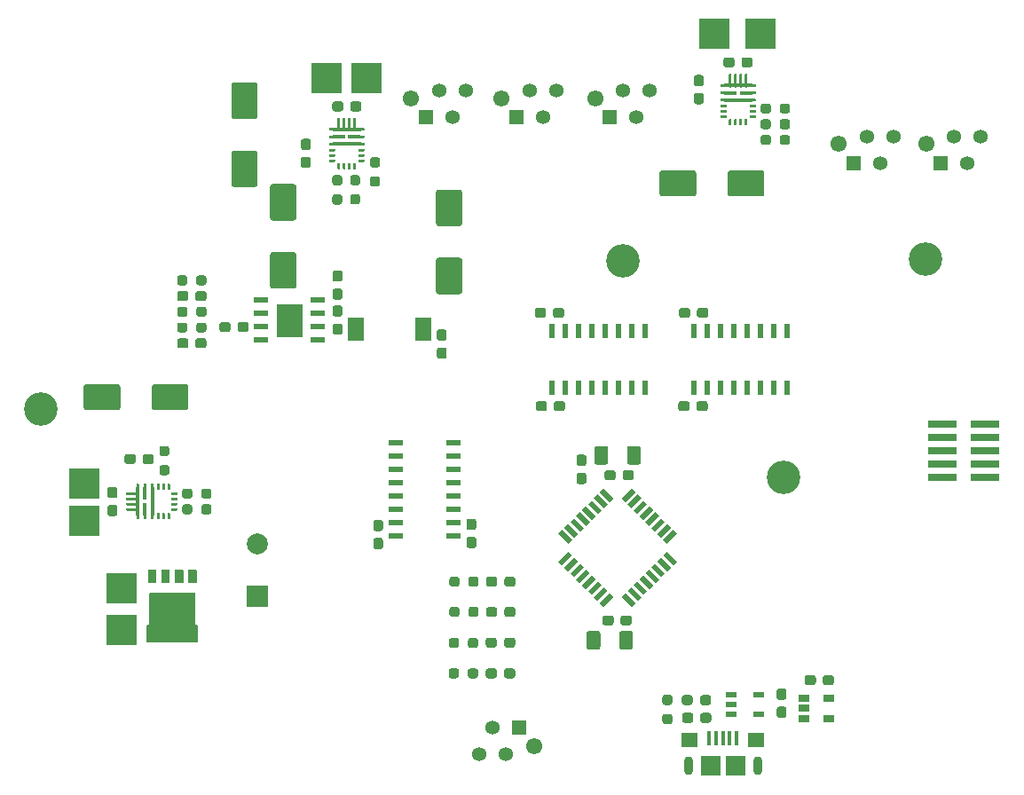
<source format=gbr>
%TF.GenerationSoftware,KiCad,Pcbnew,5.1.11*%
%TF.CreationDate,2021-11-21T12:03:26+02:00*%
%TF.ProjectId,Electronics,456c6563-7472-46f6-9e69-63732e6b6963,2.2*%
%TF.SameCoordinates,Original*%
%TF.FileFunction,Soldermask,Top*%
%TF.FilePolarity,Negative*%
%FSLAX46Y46*%
G04 Gerber Fmt 4.6, Leading zero omitted, Abs format (unit mm)*
G04 Created by KiCad (PCBNEW 5.1.11) date 2021-11-21 12:03:26*
%MOMM*%
%LPD*%
G01*
G04 APERTURE LIST*
%ADD10C,0.100000*%
%ADD11R,0.533400X1.461700*%
%ADD12R,1.500000X2.200000*%
%ADD13R,2.700000X0.400000*%
%ADD14R,1.225000X0.400000*%
%ADD15O,0.900000X1.800000*%
%ADD16R,1.900000X1.900000*%
%ADD17R,1.600000X1.400000*%
%ADD18R,0.400000X1.350000*%
%ADD19R,1.461700X0.533400*%
%ADD20R,3.000000X3.000000*%
%ADD21C,3.200000*%
%ADD22C,2.000000*%
%ADD23R,2.000000X2.000000*%
%ADD24R,1.450000X0.599999*%
%ADD25R,0.400000X2.700000*%
%ADD26R,0.400000X1.225000*%
%ADD27R,1.100000X0.600000*%
%ADD28R,1.000000X0.700000*%
%ADD29C,1.550000*%
%ADD30C,1.358000*%
%ADD31R,1.358000X1.358000*%
%ADD32R,2.790000X0.740000*%
G04 APERTURE END LIST*
D10*
%TO.C,U8*%
G36*
X84125000Y-83951999D02*
G01*
X84125000Y-80948001D01*
X84125922Y-80938637D01*
X84128652Y-80929632D01*
X84133090Y-80921334D01*
X84139059Y-80914059D01*
X84146333Y-80908090D01*
X84154632Y-80903653D01*
X84163636Y-80900923D01*
X84173001Y-80900001D01*
X86476999Y-80900001D01*
X86486364Y-80900923D01*
X86495368Y-80903653D01*
X86503667Y-80908090D01*
X86510941Y-80914059D01*
X86516910Y-80921334D01*
X86521348Y-80929632D01*
X86524078Y-80938637D01*
X86525000Y-80948001D01*
X86525000Y-83951999D01*
X86524078Y-83961363D01*
X86521348Y-83970368D01*
X86516910Y-83978666D01*
X86510941Y-83985941D01*
X86503667Y-83991910D01*
X86495368Y-83996347D01*
X86486364Y-83999077D01*
X86476999Y-83999999D01*
X84173001Y-83999999D01*
X84163636Y-83999077D01*
X84154632Y-83996347D01*
X84146333Y-83991910D01*
X84139059Y-83985941D01*
X84133090Y-83978666D01*
X84128652Y-83970368D01*
X84125922Y-83961363D01*
X84125000Y-83951999D01*
G37*
X84125000Y-83951999D02*
X84125000Y-80948001D01*
X84125922Y-80938637D01*
X84128652Y-80929632D01*
X84133090Y-80921334D01*
X84139059Y-80914059D01*
X84146333Y-80908090D01*
X84154632Y-80903653D01*
X84163636Y-80900923D01*
X84173001Y-80900001D01*
X86476999Y-80900001D01*
X86486364Y-80900923D01*
X86495368Y-80903653D01*
X86503667Y-80908090D01*
X86510941Y-80914059D01*
X86516910Y-80921334D01*
X86521348Y-80929632D01*
X86524078Y-80938637D01*
X86525000Y-80948001D01*
X86525000Y-83951999D01*
X86524078Y-83961363D01*
X86521348Y-83970368D01*
X86516910Y-83978666D01*
X86510941Y-83985941D01*
X86503667Y-83991910D01*
X86495368Y-83996347D01*
X86486364Y-83999077D01*
X86476999Y-83999999D01*
X84173001Y-83999999D01*
X84163636Y-83999077D01*
X84154632Y-83996347D01*
X84146333Y-83991910D01*
X84139059Y-83985941D01*
X84133090Y-83978666D01*
X84128652Y-83970368D01*
X84125922Y-83961363D01*
X84125000Y-83951999D01*
%TD*%
D11*
%TO.C,U2*%
X110355000Y-88924752D03*
X111625000Y-88924752D03*
X112895000Y-88924752D03*
X114165000Y-88924752D03*
X115435000Y-88924752D03*
X116705000Y-88924752D03*
X117975000Y-88924752D03*
X119245000Y-88924752D03*
X119245000Y-83475248D03*
X117975000Y-83475248D03*
X116705000Y-83475248D03*
X115435000Y-83475248D03*
X114165000Y-83475248D03*
X112895000Y-83475248D03*
X111625000Y-83475248D03*
X110355000Y-83475248D03*
%TD*%
D12*
%TO.C,L1*%
X98075000Y-83300000D03*
X91675000Y-83300000D03*
%TD*%
%TO.C,C32*%
G36*
G01*
X113437500Y-96362500D02*
X112962500Y-96362500D01*
G75*
G02*
X112725000Y-96125000I0J237500D01*
G01*
X112725000Y-95525000D01*
G75*
G02*
X112962500Y-95287500I237500J0D01*
G01*
X113437500Y-95287500D01*
G75*
G02*
X113675000Y-95525000I0J-237500D01*
G01*
X113675000Y-96125000D01*
G75*
G02*
X113437500Y-96362500I-237500J0D01*
G01*
G37*
G36*
G01*
X113437500Y-98087500D02*
X112962500Y-98087500D01*
G75*
G02*
X112725000Y-97850000I0J237500D01*
G01*
X112725000Y-97250000D01*
G75*
G02*
X112962500Y-97012500I237500J0D01*
G01*
X113437500Y-97012500D01*
G75*
G02*
X113675000Y-97250000I0J-237500D01*
G01*
X113675000Y-97850000D01*
G75*
G02*
X113437500Y-98087500I-237500J0D01*
G01*
G37*
%TD*%
%TO.C,U5*%
G36*
G01*
X90175000Y-63200000D02*
X90175000Y-64400000D01*
G75*
G02*
X90125000Y-64450000I-50000J0D01*
G01*
X89975000Y-64450000D01*
G75*
G02*
X89925000Y-64400000I0J50000D01*
G01*
X89925000Y-63200000D01*
G75*
G02*
X89975000Y-63150000I50000J0D01*
G01*
X90125000Y-63150000D01*
G75*
G02*
X90175000Y-63200000I0J-50000D01*
G01*
G37*
G36*
G01*
X91175000Y-63200000D02*
X91175000Y-64400000D01*
G75*
G02*
X91125000Y-64450000I-50000J0D01*
G01*
X90975000Y-64450000D01*
G75*
G02*
X90925000Y-64400000I0J50000D01*
G01*
X90925000Y-63200000D01*
G75*
G02*
X90975000Y-63150000I50000J0D01*
G01*
X91125000Y-63150000D01*
G75*
G02*
X91175000Y-63200000I0J-50000D01*
G01*
G37*
G36*
G01*
X90675000Y-63200000D02*
X90675000Y-64400000D01*
G75*
G02*
X90625000Y-64450000I-50000J0D01*
G01*
X90475000Y-64450000D01*
G75*
G02*
X90425000Y-64400000I0J50000D01*
G01*
X90425000Y-63200000D01*
G75*
G02*
X90475000Y-63150000I50000J0D01*
G01*
X90625000Y-63150000D01*
G75*
G02*
X90675000Y-63200000I0J-50000D01*
G01*
G37*
G36*
G01*
X91675000Y-63200000D02*
X91675000Y-64400000D01*
G75*
G02*
X91625000Y-64450000I-50000J0D01*
G01*
X91475000Y-64450000D01*
G75*
G02*
X91425000Y-64400000I0J50000D01*
G01*
X91425000Y-63200000D01*
G75*
G02*
X91475000Y-63150000I50000J0D01*
G01*
X91625000Y-63150000D01*
G75*
G02*
X91675000Y-63200000I0J-50000D01*
G01*
G37*
D13*
X90800000Y-64250000D03*
D14*
X90062500Y-64950000D03*
X91537500Y-64950000D03*
G36*
G01*
X92500000Y-64875000D02*
X92500000Y-65025000D01*
G75*
G02*
X92450000Y-65075000I-50000J0D01*
G01*
X91950000Y-65075000D01*
G75*
G02*
X91900000Y-65025000I0J50000D01*
G01*
X91900000Y-64875000D01*
G75*
G02*
X91950000Y-64825000I50000J0D01*
G01*
X92450000Y-64825000D01*
G75*
G02*
X92500000Y-64875000I0J-50000D01*
G01*
G37*
G36*
G01*
X92500000Y-64175000D02*
X92500000Y-64325000D01*
G75*
G02*
X92450000Y-64375000I-50000J0D01*
G01*
X91950000Y-64375000D01*
G75*
G02*
X91900000Y-64325000I0J50000D01*
G01*
X91900000Y-64175000D01*
G75*
G02*
X91950000Y-64125000I50000J0D01*
G01*
X92450000Y-64125000D01*
G75*
G02*
X92500000Y-64175000I0J-50000D01*
G01*
G37*
G36*
G01*
X89700000Y-64875000D02*
X89700000Y-65025000D01*
G75*
G02*
X89650000Y-65075000I-50000J0D01*
G01*
X89150000Y-65075000D01*
G75*
G02*
X89100000Y-65025000I0J50000D01*
G01*
X89100000Y-64875000D01*
G75*
G02*
X89150000Y-64825000I50000J0D01*
G01*
X89650000Y-64825000D01*
G75*
G02*
X89700000Y-64875000I0J-50000D01*
G01*
G37*
G36*
G01*
X89700000Y-64175000D02*
X89700000Y-64325000D01*
G75*
G02*
X89650000Y-64375000I-50000J0D01*
G01*
X89150000Y-64375000D01*
G75*
G02*
X89100000Y-64325000I0J50000D01*
G01*
X89100000Y-64175000D01*
G75*
G02*
X89150000Y-64125000I50000J0D01*
G01*
X89650000Y-64125000D01*
G75*
G02*
X89700000Y-64175000I0J-50000D01*
G01*
G37*
D13*
X90800000Y-65650000D03*
G36*
G01*
X89700000Y-65575000D02*
X89700000Y-65725000D01*
G75*
G02*
X89650000Y-65775000I-50000J0D01*
G01*
X89150000Y-65775000D01*
G75*
G02*
X89100000Y-65725000I0J50000D01*
G01*
X89100000Y-65575000D01*
G75*
G02*
X89150000Y-65525000I50000J0D01*
G01*
X89650000Y-65525000D01*
G75*
G02*
X89700000Y-65575000I0J-50000D01*
G01*
G37*
G36*
G01*
X92500000Y-65575000D02*
X92500000Y-65725000D01*
G75*
G02*
X92450000Y-65775000I-50000J0D01*
G01*
X91950000Y-65775000D01*
G75*
G02*
X91900000Y-65725000I0J50000D01*
G01*
X91900000Y-65575000D01*
G75*
G02*
X91950000Y-65525000I50000J0D01*
G01*
X92450000Y-65525000D01*
G75*
G02*
X92500000Y-65575000I0J-50000D01*
G01*
G37*
G36*
G01*
X89700000Y-66150000D02*
X89700000Y-66300000D01*
G75*
G02*
X89650000Y-66350000I-50000J0D01*
G01*
X89150000Y-66350000D01*
G75*
G02*
X89100000Y-66300000I0J50000D01*
G01*
X89100000Y-66150000D01*
G75*
G02*
X89150000Y-66100000I50000J0D01*
G01*
X89650000Y-66100000D01*
G75*
G02*
X89700000Y-66150000I0J-50000D01*
G01*
G37*
G36*
G01*
X89700000Y-66650000D02*
X89700000Y-66800000D01*
G75*
G02*
X89650000Y-66850000I-50000J0D01*
G01*
X89150000Y-66850000D01*
G75*
G02*
X89100000Y-66800000I0J50000D01*
G01*
X89100000Y-66650000D01*
G75*
G02*
X89150000Y-66600000I50000J0D01*
G01*
X89650000Y-66600000D01*
G75*
G02*
X89700000Y-66650000I0J-50000D01*
G01*
G37*
G36*
G01*
X89700000Y-67150000D02*
X89700000Y-67300000D01*
G75*
G02*
X89650000Y-67350000I-50000J0D01*
G01*
X89150000Y-67350000D01*
G75*
G02*
X89100000Y-67300000I0J50000D01*
G01*
X89100000Y-67150000D01*
G75*
G02*
X89150000Y-67100000I50000J0D01*
G01*
X89650000Y-67100000D01*
G75*
G02*
X89700000Y-67150000I0J-50000D01*
G01*
G37*
G36*
G01*
X90175000Y-67500000D02*
X90175000Y-68000000D01*
G75*
G02*
X90125000Y-68050000I-50000J0D01*
G01*
X89975000Y-68050000D01*
G75*
G02*
X89925000Y-68000000I0J50000D01*
G01*
X89925000Y-67500000D01*
G75*
G02*
X89975000Y-67450000I50000J0D01*
G01*
X90125000Y-67450000D01*
G75*
G02*
X90175000Y-67500000I0J-50000D01*
G01*
G37*
G36*
G01*
X90675000Y-67500000D02*
X90675000Y-68000000D01*
G75*
G02*
X90625000Y-68050000I-50000J0D01*
G01*
X90475000Y-68050000D01*
G75*
G02*
X90425000Y-68000000I0J50000D01*
G01*
X90425000Y-67500000D01*
G75*
G02*
X90475000Y-67450000I50000J0D01*
G01*
X90625000Y-67450000D01*
G75*
G02*
X90675000Y-67500000I0J-50000D01*
G01*
G37*
G36*
G01*
X91175000Y-67500000D02*
X91175000Y-68000000D01*
G75*
G02*
X91125000Y-68050000I-50000J0D01*
G01*
X90975000Y-68050000D01*
G75*
G02*
X90925000Y-68000000I0J50000D01*
G01*
X90925000Y-67500000D01*
G75*
G02*
X90975000Y-67450000I50000J0D01*
G01*
X91125000Y-67450000D01*
G75*
G02*
X91175000Y-67500000I0J-50000D01*
G01*
G37*
G36*
G01*
X91675000Y-67500000D02*
X91675000Y-68000000D01*
G75*
G02*
X91625000Y-68050000I-50000J0D01*
G01*
X91475000Y-68050000D01*
G75*
G02*
X91425000Y-68000000I0J50000D01*
G01*
X91425000Y-67500000D01*
G75*
G02*
X91475000Y-67450000I50000J0D01*
G01*
X91625000Y-67450000D01*
G75*
G02*
X91675000Y-67500000I0J-50000D01*
G01*
G37*
G36*
G01*
X92500000Y-66150000D02*
X92500000Y-66300000D01*
G75*
G02*
X92450000Y-66350000I-50000J0D01*
G01*
X91950000Y-66350000D01*
G75*
G02*
X91900000Y-66300000I0J50000D01*
G01*
X91900000Y-66150000D01*
G75*
G02*
X91950000Y-66100000I50000J0D01*
G01*
X92450000Y-66100000D01*
G75*
G02*
X92500000Y-66150000I0J-50000D01*
G01*
G37*
G36*
G01*
X92500000Y-66650000D02*
X92500000Y-66800000D01*
G75*
G02*
X92450000Y-66850000I-50000J0D01*
G01*
X91950000Y-66850000D01*
G75*
G02*
X91900000Y-66800000I0J50000D01*
G01*
X91900000Y-66650000D01*
G75*
G02*
X91950000Y-66600000I50000J0D01*
G01*
X92450000Y-66600000D01*
G75*
G02*
X92500000Y-66650000I0J-50000D01*
G01*
G37*
G36*
G01*
X92500000Y-67150000D02*
X92500000Y-67300000D01*
G75*
G02*
X92450000Y-67350000I-50000J0D01*
G01*
X91950000Y-67350000D01*
G75*
G02*
X91900000Y-67300000I0J50000D01*
G01*
X91900000Y-67150000D01*
G75*
G02*
X91950000Y-67100000I50000J0D01*
G01*
X92450000Y-67100000D01*
G75*
G02*
X92500000Y-67150000I0J-50000D01*
G01*
G37*
%TD*%
%TO.C,C13*%
G36*
G01*
X127150000Y-70400000D02*
X127150000Y-68400000D01*
G75*
G02*
X127400000Y-68150000I250000J0D01*
G01*
X130400000Y-68150000D01*
G75*
G02*
X130650000Y-68400000I0J-250000D01*
G01*
X130650000Y-70400000D01*
G75*
G02*
X130400000Y-70650000I-250000J0D01*
G01*
X127400000Y-70650000D01*
G75*
G02*
X127150000Y-70400000I0J250000D01*
G01*
G37*
G36*
G01*
X120650000Y-70400000D02*
X120650000Y-68400000D01*
G75*
G02*
X120900000Y-68150000I250000J0D01*
G01*
X123900000Y-68150000D01*
G75*
G02*
X124150000Y-68400000I0J-250000D01*
G01*
X124150000Y-70400000D01*
G75*
G02*
X123900000Y-70650000I-250000J0D01*
G01*
X120900000Y-70650000D01*
G75*
G02*
X120650000Y-70400000I0J250000D01*
G01*
G37*
%TD*%
D15*
%TO.C,J16*%
X130000000Y-125000000D03*
X123400000Y-125000000D03*
D16*
X127900000Y-125000000D03*
X125500000Y-125000000D03*
D17*
X129900000Y-122550000D03*
X123500000Y-122550000D03*
D18*
X128000000Y-122325000D03*
X127350000Y-122325000D03*
X126700000Y-122325000D03*
X126050000Y-122325000D03*
X125400000Y-122325000D03*
%TD*%
D10*
%TO.C,U1*%
G36*
X117034455Y-99451630D02*
G01*
X117995342Y-98490743D01*
X118349461Y-98844862D01*
X117388574Y-99805749D01*
X117034455Y-99451630D01*
G37*
G36*
X117600140Y-100017315D02*
G01*
X118561027Y-99056428D01*
X118915146Y-99410547D01*
X117954259Y-100371434D01*
X117600140Y-100017315D01*
G37*
G36*
X118165825Y-100583000D02*
G01*
X119126712Y-99622113D01*
X119480831Y-99976232D01*
X118519944Y-100937119D01*
X118165825Y-100583000D01*
G37*
G36*
X118731511Y-101148686D02*
G01*
X119692398Y-100187799D01*
X120046517Y-100541918D01*
X119085630Y-101502805D01*
X118731511Y-101148686D01*
G37*
G36*
X119297195Y-101714370D02*
G01*
X120258082Y-100753483D01*
X120612201Y-101107602D01*
X119651314Y-102068489D01*
X119297195Y-101714370D01*
G37*
G36*
X119862881Y-102280056D02*
G01*
X120823768Y-101319169D01*
X121177887Y-101673288D01*
X120217000Y-102634175D01*
X119862881Y-102280056D01*
G37*
G36*
X120428567Y-102845742D02*
G01*
X121389454Y-101884855D01*
X121743573Y-102238974D01*
X120782686Y-103199861D01*
X120428567Y-102845742D01*
G37*
G36*
X120994251Y-103411426D02*
G01*
X121955138Y-102450539D01*
X122309257Y-102804658D01*
X121348370Y-103765545D01*
X120994251Y-103411426D01*
G37*
G36*
X121955138Y-105849461D02*
G01*
X120994251Y-104888574D01*
X121348370Y-104534455D01*
X122309257Y-105495342D01*
X121955138Y-105849461D01*
G37*
G36*
X121389453Y-106415146D02*
G01*
X120428566Y-105454259D01*
X120782685Y-105100140D01*
X121743572Y-106061027D01*
X121389453Y-106415146D01*
G37*
G36*
X120823768Y-106980831D02*
G01*
X119862881Y-106019944D01*
X120217000Y-105665825D01*
X121177887Y-106626712D01*
X120823768Y-106980831D01*
G37*
G36*
X120258082Y-107546517D02*
G01*
X119297195Y-106585630D01*
X119651314Y-106231511D01*
X120612201Y-107192398D01*
X120258082Y-107546517D01*
G37*
G36*
X119692398Y-108112201D02*
G01*
X118731511Y-107151314D01*
X119085630Y-106797195D01*
X120046517Y-107758082D01*
X119692398Y-108112201D01*
G37*
G36*
X119126712Y-108677887D02*
G01*
X118165825Y-107717000D01*
X118519944Y-107362881D01*
X119480831Y-108323768D01*
X119126712Y-108677887D01*
G37*
G36*
X118561026Y-109243573D02*
G01*
X117600139Y-108282686D01*
X117954258Y-107928567D01*
X118915145Y-108889454D01*
X118561026Y-109243573D01*
G37*
G36*
X117995342Y-109809257D02*
G01*
X117034455Y-108848370D01*
X117388574Y-108494251D01*
X118349461Y-109455138D01*
X117995342Y-109809257D01*
G37*
G36*
X114950539Y-109455138D02*
G01*
X115911426Y-108494251D01*
X116265545Y-108848370D01*
X115304658Y-109809257D01*
X114950539Y-109455138D01*
G37*
G36*
X114384854Y-108889453D02*
G01*
X115345741Y-107928566D01*
X115699860Y-108282685D01*
X114738973Y-109243572D01*
X114384854Y-108889453D01*
G37*
G36*
X113819169Y-108323768D02*
G01*
X114780056Y-107362881D01*
X115134175Y-107717000D01*
X114173288Y-108677887D01*
X113819169Y-108323768D01*
G37*
G36*
X113253483Y-107758082D02*
G01*
X114214370Y-106797195D01*
X114568489Y-107151314D01*
X113607602Y-108112201D01*
X113253483Y-107758082D01*
G37*
G36*
X112687799Y-107192398D02*
G01*
X113648686Y-106231511D01*
X114002805Y-106585630D01*
X113041918Y-107546517D01*
X112687799Y-107192398D01*
G37*
G36*
X112122113Y-106626712D02*
G01*
X113083000Y-105665825D01*
X113437119Y-106019944D01*
X112476232Y-106980831D01*
X112122113Y-106626712D01*
G37*
G36*
X111556427Y-106061026D02*
G01*
X112517314Y-105100139D01*
X112871433Y-105454258D01*
X111910546Y-106415145D01*
X111556427Y-106061026D01*
G37*
G36*
X110990743Y-105495342D02*
G01*
X111951630Y-104534455D01*
X112305749Y-104888574D01*
X111344862Y-105849461D01*
X110990743Y-105495342D01*
G37*
G36*
X111951630Y-103765545D02*
G01*
X110990743Y-102804658D01*
X111344862Y-102450539D01*
X112305749Y-103411426D01*
X111951630Y-103765545D01*
G37*
G36*
X112517315Y-103199860D02*
G01*
X111556428Y-102238973D01*
X111910547Y-101884854D01*
X112871434Y-102845741D01*
X112517315Y-103199860D01*
G37*
G36*
X113083000Y-102634175D02*
G01*
X112122113Y-101673288D01*
X112476232Y-101319169D01*
X113437119Y-102280056D01*
X113083000Y-102634175D01*
G37*
G36*
X113648686Y-102068489D02*
G01*
X112687799Y-101107602D01*
X113041918Y-100753483D01*
X114002805Y-101714370D01*
X113648686Y-102068489D01*
G37*
G36*
X114214370Y-101502805D02*
G01*
X113253483Y-100541918D01*
X113607602Y-100187799D01*
X114568489Y-101148686D01*
X114214370Y-101502805D01*
G37*
G36*
X114780056Y-100937119D02*
G01*
X113819169Y-99976232D01*
X114173288Y-99622113D01*
X115134175Y-100583000D01*
X114780056Y-100937119D01*
G37*
G36*
X115345742Y-100371433D02*
G01*
X114384855Y-99410546D01*
X114738974Y-99056427D01*
X115699861Y-100017314D01*
X115345742Y-100371433D01*
G37*
G36*
X115911426Y-99805749D02*
G01*
X114950539Y-98844862D01*
X115304658Y-98490743D01*
X116265545Y-99451630D01*
X115911426Y-99805749D01*
G37*
%TD*%
%TO.C,R4*%
G36*
G01*
X102425000Y-110517500D02*
X102425000Y-110042500D01*
G75*
G02*
X102662500Y-109805000I237500J0D01*
G01*
X103162500Y-109805000D01*
G75*
G02*
X103400000Y-110042500I0J-237500D01*
G01*
X103400000Y-110517500D01*
G75*
G02*
X103162500Y-110755000I-237500J0D01*
G01*
X102662500Y-110755000D01*
G75*
G02*
X102425000Y-110517500I0J237500D01*
G01*
G37*
G36*
G01*
X100600000Y-110517500D02*
X100600000Y-110042500D01*
G75*
G02*
X100837500Y-109805000I237500J0D01*
G01*
X101337500Y-109805000D01*
G75*
G02*
X101575000Y-110042500I0J-237500D01*
G01*
X101575000Y-110517500D01*
G75*
G02*
X101337500Y-110755000I-237500J0D01*
G01*
X100837500Y-110755000D01*
G75*
G02*
X100600000Y-110517500I0J237500D01*
G01*
G37*
%TD*%
D19*
%TO.C,U3*%
X95525248Y-103045000D03*
X95525248Y-101775000D03*
X95525248Y-100505000D03*
X95525248Y-99235000D03*
X95525248Y-97965000D03*
X95525248Y-96695000D03*
X95525248Y-95425000D03*
X95525248Y-94155000D03*
X100974752Y-94155000D03*
X100974752Y-95425000D03*
X100974752Y-96695000D03*
X100974752Y-97965000D03*
X100974752Y-99235000D03*
X100974752Y-100505000D03*
X100974752Y-101775000D03*
X100974752Y-103045000D03*
%TD*%
D20*
%TO.C,BAT+*%
X69350000Y-112050000D03*
%TD*%
D21*
%TO.C,H4*%
X61650000Y-90900000D03*
%TD*%
%TO.C,H3*%
X146050000Y-76600000D03*
%TD*%
%TO.C,H2*%
X117150000Y-76750000D03*
%TD*%
%TO.C,H1*%
X132475000Y-97475000D03*
%TD*%
%TO.C,C31*%
G36*
G01*
X115750000Y-94699999D02*
X115750000Y-96000001D01*
G75*
G02*
X115500001Y-96250000I-249999J0D01*
G01*
X114674999Y-96250000D01*
G75*
G02*
X114425000Y-96000001I0J249999D01*
G01*
X114425000Y-94699999D01*
G75*
G02*
X114674999Y-94450000I249999J0D01*
G01*
X115500001Y-94450000D01*
G75*
G02*
X115750000Y-94699999I0J-249999D01*
G01*
G37*
G36*
G01*
X118875000Y-94699999D02*
X118875000Y-96000001D01*
G75*
G02*
X118625001Y-96250000I-249999J0D01*
G01*
X117799999Y-96250000D01*
G75*
G02*
X117550000Y-96000001I0J249999D01*
G01*
X117550000Y-94699999D01*
G75*
G02*
X117799999Y-94450000I249999J0D01*
G01*
X118625001Y-94450000D01*
G75*
G02*
X118875000Y-94699999I0J-249999D01*
G01*
G37*
%TD*%
%TO.C,C2*%
G36*
G01*
X115000000Y-112349999D02*
X115000000Y-113650001D01*
G75*
G02*
X114750001Y-113900000I-249999J0D01*
G01*
X113924999Y-113900000D01*
G75*
G02*
X113675000Y-113650001I0J249999D01*
G01*
X113675000Y-112349999D01*
G75*
G02*
X113924999Y-112100000I249999J0D01*
G01*
X114750001Y-112100000D01*
G75*
G02*
X115000000Y-112349999I0J-249999D01*
G01*
G37*
G36*
G01*
X118125000Y-112349999D02*
X118125000Y-113650001D01*
G75*
G02*
X117875001Y-113900000I-249999J0D01*
G01*
X117049999Y-113900000D01*
G75*
G02*
X116800000Y-113650001I0J249999D01*
G01*
X116800000Y-112349999D01*
G75*
G02*
X117049999Y-112100000I249999J0D01*
G01*
X117875001Y-112100000D01*
G75*
G02*
X118125000Y-112349999I0J-249999D01*
G01*
G37*
%TD*%
%TO.C,C16*%
G36*
G01*
X72200000Y-90800000D02*
X72200000Y-88800000D01*
G75*
G02*
X72450000Y-88550000I250000J0D01*
G01*
X75450000Y-88550000D01*
G75*
G02*
X75700000Y-88800000I0J-250000D01*
G01*
X75700000Y-90800000D01*
G75*
G02*
X75450000Y-91050000I-250000J0D01*
G01*
X72450000Y-91050000D01*
G75*
G02*
X72200000Y-90800000I0J250000D01*
G01*
G37*
G36*
G01*
X65700000Y-90800000D02*
X65700000Y-88800000D01*
G75*
G02*
X65950000Y-88550000I250000J0D01*
G01*
X68950000Y-88550000D01*
G75*
G02*
X69200000Y-88800000I0J-250000D01*
G01*
X69200000Y-90800000D01*
G75*
G02*
X68950000Y-91050000I-250000J0D01*
G01*
X65950000Y-91050000D01*
G75*
G02*
X65700000Y-90800000I0J250000D01*
G01*
G37*
%TD*%
%TO.C,C10*%
G36*
G01*
X80050000Y-66250000D02*
X82050000Y-66250000D01*
G75*
G02*
X82300000Y-66500000I0J-250000D01*
G01*
X82300000Y-69500000D01*
G75*
G02*
X82050000Y-69750000I-250000J0D01*
G01*
X80050000Y-69750000D01*
G75*
G02*
X79800000Y-69500000I0J250000D01*
G01*
X79800000Y-66500000D01*
G75*
G02*
X80050000Y-66250000I250000J0D01*
G01*
G37*
G36*
G01*
X80050000Y-59750000D02*
X82050000Y-59750000D01*
G75*
G02*
X82300000Y-60000000I0J-250000D01*
G01*
X82300000Y-63000000D01*
G75*
G02*
X82050000Y-63250000I-250000J0D01*
G01*
X80050000Y-63250000D01*
G75*
G02*
X79800000Y-63000000I0J250000D01*
G01*
X79800000Y-60000000D01*
G75*
G02*
X80050000Y-59750000I250000J0D01*
G01*
G37*
%TD*%
%TO.C,C29*%
G36*
G01*
X101575000Y-73475000D02*
X99575000Y-73475000D01*
G75*
G02*
X99325000Y-73225000I0J250000D01*
G01*
X99325000Y-70225000D01*
G75*
G02*
X99575000Y-69975000I250000J0D01*
G01*
X101575000Y-69975000D01*
G75*
G02*
X101825000Y-70225000I0J-250000D01*
G01*
X101825000Y-73225000D01*
G75*
G02*
X101575000Y-73475000I-250000J0D01*
G01*
G37*
G36*
G01*
X101575000Y-79975000D02*
X99575000Y-79975000D01*
G75*
G02*
X99325000Y-79725000I0J250000D01*
G01*
X99325000Y-76725000D01*
G75*
G02*
X99575000Y-76475000I250000J0D01*
G01*
X101575000Y-76475000D01*
G75*
G02*
X101825000Y-76725000I0J-250000D01*
G01*
X101825000Y-79725000D01*
G75*
G02*
X101575000Y-79975000I-250000J0D01*
G01*
G37*
%TD*%
D22*
%TO.C,C25*%
X82300000Y-103800000D03*
D23*
X82300000Y-108800000D03*
%TD*%
%TO.C,C19*%
G36*
G01*
X85750000Y-79450000D02*
X83750000Y-79450000D01*
G75*
G02*
X83500000Y-79200000I0J250000D01*
G01*
X83500000Y-76200000D01*
G75*
G02*
X83750000Y-75950000I250000J0D01*
G01*
X85750000Y-75950000D01*
G75*
G02*
X86000000Y-76200000I0J-250000D01*
G01*
X86000000Y-79200000D01*
G75*
G02*
X85750000Y-79450000I-250000J0D01*
G01*
G37*
G36*
G01*
X85750000Y-72950000D02*
X83750000Y-72950000D01*
G75*
G02*
X83500000Y-72700000I0J250000D01*
G01*
X83500000Y-69700000D01*
G75*
G02*
X83750000Y-69450000I250000J0D01*
G01*
X85750000Y-69450000D01*
G75*
G02*
X86000000Y-69700000I0J-250000D01*
G01*
X86000000Y-72700000D01*
G75*
G02*
X85750000Y-72950000I-250000J0D01*
G01*
G37*
%TD*%
%TO.C,R3*%
G36*
G01*
X102425000Y-107637500D02*
X102425000Y-107162500D01*
G75*
G02*
X102662500Y-106925000I237500J0D01*
G01*
X103162500Y-106925000D01*
G75*
G02*
X103400000Y-107162500I0J-237500D01*
G01*
X103400000Y-107637500D01*
G75*
G02*
X103162500Y-107875000I-237500J0D01*
G01*
X102662500Y-107875000D01*
G75*
G02*
X102425000Y-107637500I0J237500D01*
G01*
G37*
G36*
G01*
X100600000Y-107637500D02*
X100600000Y-107162500D01*
G75*
G02*
X100837500Y-106925000I237500J0D01*
G01*
X101337500Y-106925000D01*
G75*
G02*
X101575000Y-107162500I0J-237500D01*
G01*
X101575000Y-107637500D01*
G75*
G02*
X101337500Y-107875000I-237500J0D01*
G01*
X100837500Y-107875000D01*
G75*
G02*
X100600000Y-107637500I0J237500D01*
G01*
G37*
%TD*%
%TO.C,R2*%
G36*
G01*
X102362500Y-116387500D02*
X102362500Y-115912500D01*
G75*
G02*
X102600000Y-115675000I237500J0D01*
G01*
X103100000Y-115675000D01*
G75*
G02*
X103337500Y-115912500I0J-237500D01*
G01*
X103337500Y-116387500D01*
G75*
G02*
X103100000Y-116625000I-237500J0D01*
G01*
X102600000Y-116625000D01*
G75*
G02*
X102362500Y-116387500I0J237500D01*
G01*
G37*
G36*
G01*
X100537500Y-116387500D02*
X100537500Y-115912500D01*
G75*
G02*
X100775000Y-115675000I237500J0D01*
G01*
X101275000Y-115675000D01*
G75*
G02*
X101512500Y-115912500I0J-237500D01*
G01*
X101512500Y-116387500D01*
G75*
G02*
X101275000Y-116625000I-237500J0D01*
G01*
X100775000Y-116625000D01*
G75*
G02*
X100537500Y-116387500I0J237500D01*
G01*
G37*
%TD*%
%TO.C,R1*%
G36*
G01*
X102375000Y-113487500D02*
X102375000Y-113012500D01*
G75*
G02*
X102612500Y-112775000I237500J0D01*
G01*
X103112500Y-112775000D01*
G75*
G02*
X103350000Y-113012500I0J-237500D01*
G01*
X103350000Y-113487500D01*
G75*
G02*
X103112500Y-113725000I-237500J0D01*
G01*
X102612500Y-113725000D01*
G75*
G02*
X102375000Y-113487500I0J237500D01*
G01*
G37*
G36*
G01*
X100550000Y-113487500D02*
X100550000Y-113012500D01*
G75*
G02*
X100787500Y-112775000I237500J0D01*
G01*
X101287500Y-112775000D01*
G75*
G02*
X101525000Y-113012500I0J-237500D01*
G01*
X101525000Y-113487500D01*
G75*
G02*
X101287500Y-113725000I-237500J0D01*
G01*
X100787500Y-113725000D01*
G75*
G02*
X100550000Y-113487500I0J237500D01*
G01*
G37*
%TD*%
%TO.C,D4*%
G36*
G01*
X105850000Y-110537500D02*
X105850000Y-110062500D01*
G75*
G02*
X106087500Y-109825000I237500J0D01*
G01*
X106662500Y-109825000D01*
G75*
G02*
X106900000Y-110062500I0J-237500D01*
G01*
X106900000Y-110537500D01*
G75*
G02*
X106662500Y-110775000I-237500J0D01*
G01*
X106087500Y-110775000D01*
G75*
G02*
X105850000Y-110537500I0J237500D01*
G01*
G37*
G36*
G01*
X104100000Y-110537500D02*
X104100000Y-110062500D01*
G75*
G02*
X104337500Y-109825000I237500J0D01*
G01*
X104912500Y-109825000D01*
G75*
G02*
X105150000Y-110062500I0J-237500D01*
G01*
X105150000Y-110537500D01*
G75*
G02*
X104912500Y-110775000I-237500J0D01*
G01*
X104337500Y-110775000D01*
G75*
G02*
X104100000Y-110537500I0J237500D01*
G01*
G37*
%TD*%
%TO.C,D3*%
G36*
G01*
X105850000Y-107637500D02*
X105850000Y-107162500D01*
G75*
G02*
X106087500Y-106925000I237500J0D01*
G01*
X106662500Y-106925000D01*
G75*
G02*
X106900000Y-107162500I0J-237500D01*
G01*
X106900000Y-107637500D01*
G75*
G02*
X106662500Y-107875000I-237500J0D01*
G01*
X106087500Y-107875000D01*
G75*
G02*
X105850000Y-107637500I0J237500D01*
G01*
G37*
G36*
G01*
X104100000Y-107637500D02*
X104100000Y-107162500D01*
G75*
G02*
X104337500Y-106925000I237500J0D01*
G01*
X104912500Y-106925000D01*
G75*
G02*
X105150000Y-107162500I0J-237500D01*
G01*
X105150000Y-107637500D01*
G75*
G02*
X104912500Y-107875000I-237500J0D01*
G01*
X104337500Y-107875000D01*
G75*
G02*
X104100000Y-107637500I0J237500D01*
G01*
G37*
%TD*%
%TO.C,D2*%
G36*
G01*
X105825000Y-116387500D02*
X105825000Y-115912500D01*
G75*
G02*
X106062500Y-115675000I237500J0D01*
G01*
X106637500Y-115675000D01*
G75*
G02*
X106875000Y-115912500I0J-237500D01*
G01*
X106875000Y-116387500D01*
G75*
G02*
X106637500Y-116625000I-237500J0D01*
G01*
X106062500Y-116625000D01*
G75*
G02*
X105825000Y-116387500I0J237500D01*
G01*
G37*
G36*
G01*
X104075000Y-116387500D02*
X104075000Y-115912500D01*
G75*
G02*
X104312500Y-115675000I237500J0D01*
G01*
X104887500Y-115675000D01*
G75*
G02*
X105125000Y-115912500I0J-237500D01*
G01*
X105125000Y-116387500D01*
G75*
G02*
X104887500Y-116625000I-237500J0D01*
G01*
X104312500Y-116625000D01*
G75*
G02*
X104075000Y-116387500I0J237500D01*
G01*
G37*
%TD*%
%TO.C,D1*%
G36*
G01*
X105825000Y-113452501D02*
X105825000Y-112977501D01*
G75*
G02*
X106062500Y-112740001I237500J0D01*
G01*
X106637500Y-112740001D01*
G75*
G02*
X106875000Y-112977501I0J-237500D01*
G01*
X106875000Y-113452501D01*
G75*
G02*
X106637500Y-113690001I-237500J0D01*
G01*
X106062500Y-113690001D01*
G75*
G02*
X105825000Y-113452501I0J237500D01*
G01*
G37*
G36*
G01*
X104075000Y-113452501D02*
X104075000Y-112977501D01*
G75*
G02*
X104312500Y-112740001I237500J0D01*
G01*
X104887500Y-112740001D01*
G75*
G02*
X105125000Y-112977501I0J-237500D01*
G01*
X105125000Y-113452501D01*
G75*
G02*
X104887500Y-113690001I-237500J0D01*
G01*
X104312500Y-113690001D01*
G75*
G02*
X104075000Y-113452501I0J237500D01*
G01*
G37*
%TD*%
%TO.C,C9*%
G36*
G01*
X122500000Y-81987500D02*
X122500000Y-81512500D01*
G75*
G02*
X122737500Y-81275000I237500J0D01*
G01*
X123337500Y-81275000D01*
G75*
G02*
X123575000Y-81512500I0J-237500D01*
G01*
X123575000Y-81987500D01*
G75*
G02*
X123337500Y-82225000I-237500J0D01*
G01*
X122737500Y-82225000D01*
G75*
G02*
X122500000Y-81987500I0J237500D01*
G01*
G37*
G36*
G01*
X124225000Y-81987500D02*
X124225000Y-81512500D01*
G75*
G02*
X124462500Y-81275000I237500J0D01*
G01*
X125062500Y-81275000D01*
G75*
G02*
X125300000Y-81512500I0J-237500D01*
G01*
X125300000Y-81987500D01*
G75*
G02*
X125062500Y-82225000I-237500J0D01*
G01*
X124462500Y-82225000D01*
G75*
G02*
X124225000Y-81987500I0J237500D01*
G01*
G37*
%TD*%
%TO.C,C8*%
G36*
G01*
X94037500Y-102575000D02*
X93562500Y-102575000D01*
G75*
G02*
X93325000Y-102337500I0J237500D01*
G01*
X93325000Y-101737500D01*
G75*
G02*
X93562500Y-101500000I237500J0D01*
G01*
X94037500Y-101500000D01*
G75*
G02*
X94275000Y-101737500I0J-237500D01*
G01*
X94275000Y-102337500D01*
G75*
G02*
X94037500Y-102575000I-237500J0D01*
G01*
G37*
G36*
G01*
X94037500Y-104300000D02*
X93562500Y-104300000D01*
G75*
G02*
X93325000Y-104062500I0J237500D01*
G01*
X93325000Y-103462500D01*
G75*
G02*
X93562500Y-103225000I237500J0D01*
G01*
X94037500Y-103225000D01*
G75*
G02*
X94275000Y-103462500I0J-237500D01*
G01*
X94275000Y-104062500D01*
G75*
G02*
X94037500Y-104300000I-237500J0D01*
G01*
G37*
%TD*%
%TO.C,C7*%
G36*
G01*
X108750000Y-81987500D02*
X108750000Y-81512500D01*
G75*
G02*
X108987500Y-81275000I237500J0D01*
G01*
X109587500Y-81275000D01*
G75*
G02*
X109825000Y-81512500I0J-237500D01*
G01*
X109825000Y-81987500D01*
G75*
G02*
X109587500Y-82225000I-237500J0D01*
G01*
X108987500Y-82225000D01*
G75*
G02*
X108750000Y-81987500I0J237500D01*
G01*
G37*
G36*
G01*
X110475000Y-81987500D02*
X110475000Y-81512500D01*
G75*
G02*
X110712500Y-81275000I237500J0D01*
G01*
X111312500Y-81275000D01*
G75*
G02*
X111550000Y-81512500I0J-237500D01*
G01*
X111550000Y-81987500D01*
G75*
G02*
X111312500Y-82225000I-237500J0D01*
G01*
X110712500Y-82225000D01*
G75*
G02*
X110475000Y-81987500I0J237500D01*
G01*
G37*
%TD*%
%TO.C,C6*%
G36*
G01*
X125250000Y-90412500D02*
X125250000Y-90887500D01*
G75*
G02*
X125012500Y-91125000I-237500J0D01*
G01*
X124412500Y-91125000D01*
G75*
G02*
X124175000Y-90887500I0J237500D01*
G01*
X124175000Y-90412500D01*
G75*
G02*
X124412500Y-90175000I237500J0D01*
G01*
X125012500Y-90175000D01*
G75*
G02*
X125250000Y-90412500I0J-237500D01*
G01*
G37*
G36*
G01*
X123525000Y-90412500D02*
X123525000Y-90887500D01*
G75*
G02*
X123287500Y-91125000I-237500J0D01*
G01*
X122687500Y-91125000D01*
G75*
G02*
X122450000Y-90887500I0J237500D01*
G01*
X122450000Y-90412500D01*
G75*
G02*
X122687500Y-90175000I237500J0D01*
G01*
X123287500Y-90175000D01*
G75*
G02*
X123525000Y-90412500I0J-237500D01*
G01*
G37*
%TD*%
%TO.C,C5*%
G36*
G01*
X102462500Y-103125000D02*
X102937500Y-103125000D01*
G75*
G02*
X103175000Y-103362500I0J-237500D01*
G01*
X103175000Y-103962500D01*
G75*
G02*
X102937500Y-104200000I-237500J0D01*
G01*
X102462500Y-104200000D01*
G75*
G02*
X102225000Y-103962500I0J237500D01*
G01*
X102225000Y-103362500D01*
G75*
G02*
X102462500Y-103125000I237500J0D01*
G01*
G37*
G36*
G01*
X102462500Y-101400000D02*
X102937500Y-101400000D01*
G75*
G02*
X103175000Y-101637500I0J-237500D01*
G01*
X103175000Y-102237500D01*
G75*
G02*
X102937500Y-102475000I-237500J0D01*
G01*
X102462500Y-102475000D01*
G75*
G02*
X102225000Y-102237500I0J237500D01*
G01*
X102225000Y-101637500D01*
G75*
G02*
X102462500Y-101400000I237500J0D01*
G01*
G37*
%TD*%
%TO.C,C4*%
G36*
G01*
X111637500Y-90412500D02*
X111637500Y-90887500D01*
G75*
G02*
X111400000Y-91125000I-237500J0D01*
G01*
X110800000Y-91125000D01*
G75*
G02*
X110562500Y-90887500I0J237500D01*
G01*
X110562500Y-90412500D01*
G75*
G02*
X110800000Y-90175000I237500J0D01*
G01*
X111400000Y-90175000D01*
G75*
G02*
X111637500Y-90412500I0J-237500D01*
G01*
G37*
G36*
G01*
X109912500Y-90412500D02*
X109912500Y-90887500D01*
G75*
G02*
X109675000Y-91125000I-237500J0D01*
G01*
X109075000Y-91125000D01*
G75*
G02*
X108837500Y-90887500I0J237500D01*
G01*
X108837500Y-90412500D01*
G75*
G02*
X109075000Y-90175000I237500J0D01*
G01*
X109675000Y-90175000D01*
G75*
G02*
X109912500Y-90412500I0J-237500D01*
G01*
G37*
%TD*%
%TO.C,C3*%
G36*
G01*
X117125000Y-97487500D02*
X117125000Y-97012500D01*
G75*
G02*
X117362500Y-96775000I237500J0D01*
G01*
X117962500Y-96775000D01*
G75*
G02*
X118200000Y-97012500I0J-237500D01*
G01*
X118200000Y-97487500D01*
G75*
G02*
X117962500Y-97725000I-237500J0D01*
G01*
X117362500Y-97725000D01*
G75*
G02*
X117125000Y-97487500I0J237500D01*
G01*
G37*
G36*
G01*
X115400000Y-97487500D02*
X115400000Y-97012500D01*
G75*
G02*
X115637500Y-96775000I237500J0D01*
G01*
X116237500Y-96775000D01*
G75*
G02*
X116475000Y-97012500I0J-237500D01*
G01*
X116475000Y-97487500D01*
G75*
G02*
X116237500Y-97725000I-237500J0D01*
G01*
X115637500Y-97725000D01*
G75*
G02*
X115400000Y-97487500I0J237500D01*
G01*
G37*
%TD*%
%TO.C,C1*%
G36*
G01*
X116275000Y-110862500D02*
X116275000Y-111337500D01*
G75*
G02*
X116037500Y-111575000I-237500J0D01*
G01*
X115437500Y-111575000D01*
G75*
G02*
X115200000Y-111337500I0J237500D01*
G01*
X115200000Y-110862500D01*
G75*
G02*
X115437500Y-110625000I237500J0D01*
G01*
X116037500Y-110625000D01*
G75*
G02*
X116275000Y-110862500I0J-237500D01*
G01*
G37*
G36*
G01*
X118000000Y-110862500D02*
X118000000Y-111337500D01*
G75*
G02*
X117762500Y-111575000I-237500J0D01*
G01*
X117162500Y-111575000D01*
G75*
G02*
X116925000Y-111337500I0J237500D01*
G01*
X116925000Y-110862500D01*
G75*
G02*
X117162500Y-110625000I237500J0D01*
G01*
X117762500Y-110625000D01*
G75*
G02*
X118000000Y-110862500I0J-237500D01*
G01*
G37*
%TD*%
D24*
%TO.C,U8*%
X88049998Y-80545000D03*
X88049998Y-81815000D03*
X88049998Y-83085000D03*
X88049998Y-84355000D03*
X82599999Y-84355000D03*
X82599999Y-83085000D03*
X82599999Y-81815000D03*
X82599999Y-80545000D03*
%TD*%
%TO.C,D5*%
G36*
G01*
X124525000Y-118937500D02*
X124525000Y-118462500D01*
G75*
G02*
X124762500Y-118225000I237500J0D01*
G01*
X125337500Y-118225000D01*
G75*
G02*
X125575000Y-118462500I0J-237500D01*
G01*
X125575000Y-118937500D01*
G75*
G02*
X125337500Y-119175000I-237500J0D01*
G01*
X124762500Y-119175000D01*
G75*
G02*
X124525000Y-118937500I0J237500D01*
G01*
G37*
G36*
G01*
X122775000Y-118937500D02*
X122775000Y-118462500D01*
G75*
G02*
X123012500Y-118225000I237500J0D01*
G01*
X123587500Y-118225000D01*
G75*
G02*
X123825000Y-118462500I0J-237500D01*
G01*
X123825000Y-118937500D01*
G75*
G02*
X123587500Y-119175000I-237500J0D01*
G01*
X123012500Y-119175000D01*
G75*
G02*
X122775000Y-118937500I0J237500D01*
G01*
G37*
%TD*%
%TO.C,C12*%
G36*
G01*
X91137500Y-62287500D02*
X91137500Y-61812500D01*
G75*
G02*
X91375000Y-61575000I237500J0D01*
G01*
X91975000Y-61575000D01*
G75*
G02*
X92212500Y-61812500I0J-237500D01*
G01*
X92212500Y-62287500D01*
G75*
G02*
X91975000Y-62525000I-237500J0D01*
G01*
X91375000Y-62525000D01*
G75*
G02*
X91137500Y-62287500I0J237500D01*
G01*
G37*
G36*
G01*
X89412500Y-62287500D02*
X89412500Y-61812500D01*
G75*
G02*
X89650000Y-61575000I237500J0D01*
G01*
X90250000Y-61575000D01*
G75*
G02*
X90487500Y-61812500I0J-237500D01*
G01*
X90487500Y-62287500D01*
G75*
G02*
X90250000Y-62525000I-237500J0D01*
G01*
X89650000Y-62525000D01*
G75*
G02*
X89412500Y-62287500I0J237500D01*
G01*
G37*
%TD*%
%TO.C,R13*%
G36*
G01*
X73162500Y-96275000D02*
X73637500Y-96275000D01*
G75*
G02*
X73875000Y-96512500I0J-237500D01*
G01*
X73875000Y-97012500D01*
G75*
G02*
X73637500Y-97250000I-237500J0D01*
G01*
X73162500Y-97250000D01*
G75*
G02*
X72925000Y-97012500I0J237500D01*
G01*
X72925000Y-96512500D01*
G75*
G02*
X73162500Y-96275000I237500J0D01*
G01*
G37*
G36*
G01*
X73162500Y-94450000D02*
X73637500Y-94450000D01*
G75*
G02*
X73875000Y-94687500I0J-237500D01*
G01*
X73875000Y-95187500D01*
G75*
G02*
X73637500Y-95425000I-237500J0D01*
G01*
X73162500Y-95425000D01*
G75*
G02*
X72925000Y-95187500I0J237500D01*
G01*
X72925000Y-94687500D01*
G75*
G02*
X73162500Y-94450000I237500J0D01*
G01*
G37*
%TD*%
D20*
%TO.C,MOT1*%
X88850000Y-59350000D03*
%TD*%
%TO.C,R11*%
G36*
G01*
X76075000Y-100262500D02*
X76075000Y-100737500D01*
G75*
G02*
X75837500Y-100975000I-237500J0D01*
G01*
X75337500Y-100975000D01*
G75*
G02*
X75100000Y-100737500I0J237500D01*
G01*
X75100000Y-100262500D01*
G75*
G02*
X75337500Y-100025000I237500J0D01*
G01*
X75837500Y-100025000D01*
G75*
G02*
X76075000Y-100262500I0J-237500D01*
G01*
G37*
G36*
G01*
X77900000Y-100262500D02*
X77900000Y-100737500D01*
G75*
G02*
X77662500Y-100975000I-237500J0D01*
G01*
X77162500Y-100975000D01*
G75*
G02*
X76925000Y-100737500I0J237500D01*
G01*
X76925000Y-100262500D01*
G75*
G02*
X77162500Y-100025000I237500J0D01*
G01*
X77662500Y-100025000D01*
G75*
G02*
X77900000Y-100262500I0J-237500D01*
G01*
G37*
%TD*%
%TO.C,C23*%
G36*
G01*
X76350000Y-84887500D02*
X76350000Y-84412500D01*
G75*
G02*
X76587500Y-84175000I237500J0D01*
G01*
X77187500Y-84175000D01*
G75*
G02*
X77425000Y-84412500I0J-237500D01*
G01*
X77425000Y-84887500D01*
G75*
G02*
X77187500Y-85125000I-237500J0D01*
G01*
X76587500Y-85125000D01*
G75*
G02*
X76350000Y-84887500I0J237500D01*
G01*
G37*
G36*
G01*
X74625000Y-84887500D02*
X74625000Y-84412500D01*
G75*
G02*
X74862500Y-84175000I237500J0D01*
G01*
X75462500Y-84175000D01*
G75*
G02*
X75700000Y-84412500I0J-237500D01*
G01*
X75700000Y-84887500D01*
G75*
G02*
X75462500Y-85125000I-237500J0D01*
G01*
X74862500Y-85125000D01*
G75*
G02*
X74625000Y-84887500I0J237500D01*
G01*
G37*
%TD*%
%TO.C,C22*%
G36*
G01*
X132062500Y-119325000D02*
X132537500Y-119325000D01*
G75*
G02*
X132775000Y-119562500I0J-237500D01*
G01*
X132775000Y-120162500D01*
G75*
G02*
X132537500Y-120400000I-237500J0D01*
G01*
X132062500Y-120400000D01*
G75*
G02*
X131825000Y-120162500I0J237500D01*
G01*
X131825000Y-119562500D01*
G75*
G02*
X132062500Y-119325000I237500J0D01*
G01*
G37*
G36*
G01*
X132062500Y-117600000D02*
X132537500Y-117600000D01*
G75*
G02*
X132775000Y-117837500I0J-237500D01*
G01*
X132775000Y-118437500D01*
G75*
G02*
X132537500Y-118675000I-237500J0D01*
G01*
X132062500Y-118675000D01*
G75*
G02*
X131825000Y-118437500I0J237500D01*
G01*
X131825000Y-117837500D01*
G75*
G02*
X132062500Y-117600000I237500J0D01*
G01*
G37*
%TD*%
%TO.C,C21*%
G36*
G01*
X80375000Y-83337500D02*
X80375000Y-82862500D01*
G75*
G02*
X80612500Y-82625000I237500J0D01*
G01*
X81212500Y-82625000D01*
G75*
G02*
X81450000Y-82862500I0J-237500D01*
G01*
X81450000Y-83337500D01*
G75*
G02*
X81212500Y-83575000I-237500J0D01*
G01*
X80612500Y-83575000D01*
G75*
G02*
X80375000Y-83337500I0J237500D01*
G01*
G37*
G36*
G01*
X78650000Y-83337500D02*
X78650000Y-82862500D01*
G75*
G02*
X78887500Y-82625000I237500J0D01*
G01*
X79487500Y-82625000D01*
G75*
G02*
X79725000Y-82862500I0J-237500D01*
G01*
X79725000Y-83337500D01*
G75*
G02*
X79487500Y-83575000I-237500J0D01*
G01*
X78887500Y-83575000D01*
G75*
G02*
X78650000Y-83337500I0J237500D01*
G01*
G37*
%TD*%
%TO.C,C20*%
G36*
G01*
X89687500Y-77700000D02*
X90162500Y-77700000D01*
G75*
G02*
X90400000Y-77937500I0J-237500D01*
G01*
X90400000Y-78537500D01*
G75*
G02*
X90162500Y-78775000I-237500J0D01*
G01*
X89687500Y-78775000D01*
G75*
G02*
X89450000Y-78537500I0J237500D01*
G01*
X89450000Y-77937500D01*
G75*
G02*
X89687500Y-77700000I237500J0D01*
G01*
G37*
G36*
G01*
X89687500Y-79425000D02*
X90162500Y-79425000D01*
G75*
G02*
X90400000Y-79662500I0J-237500D01*
G01*
X90400000Y-80262500D01*
G75*
G02*
X90162500Y-80500000I-237500J0D01*
G01*
X89687500Y-80500000D01*
G75*
G02*
X89450000Y-80262500I0J237500D01*
G01*
X89450000Y-79662500D01*
G75*
G02*
X89687500Y-79425000I237500J0D01*
G01*
G37*
%TD*%
%TO.C,R17*%
G36*
G01*
X121637500Y-119175000D02*
X121162500Y-119175000D01*
G75*
G02*
X120925000Y-118937500I0J237500D01*
G01*
X120925000Y-118437500D01*
G75*
G02*
X121162500Y-118200000I237500J0D01*
G01*
X121637500Y-118200000D01*
G75*
G02*
X121875000Y-118437500I0J-237500D01*
G01*
X121875000Y-118937500D01*
G75*
G02*
X121637500Y-119175000I-237500J0D01*
G01*
G37*
G36*
G01*
X121637500Y-121000000D02*
X121162500Y-121000000D01*
G75*
G02*
X120925000Y-120762500I0J237500D01*
G01*
X120925000Y-120262500D01*
G75*
G02*
X121162500Y-120025000I237500J0D01*
G01*
X121637500Y-120025000D01*
G75*
G02*
X121875000Y-120262500I0J-237500D01*
G01*
X121875000Y-120762500D01*
G75*
G02*
X121637500Y-121000000I-237500J0D01*
G01*
G37*
%TD*%
%TO.C,R16*%
G36*
G01*
X75600000Y-82912500D02*
X75600000Y-83387500D01*
G75*
G02*
X75362500Y-83625000I-237500J0D01*
G01*
X74862500Y-83625000D01*
G75*
G02*
X74625000Y-83387500I0J237500D01*
G01*
X74625000Y-82912500D01*
G75*
G02*
X74862500Y-82675000I237500J0D01*
G01*
X75362500Y-82675000D01*
G75*
G02*
X75600000Y-82912500I0J-237500D01*
G01*
G37*
G36*
G01*
X77425000Y-82912500D02*
X77425000Y-83387500D01*
G75*
G02*
X77187500Y-83625000I-237500J0D01*
G01*
X76687500Y-83625000D01*
G75*
G02*
X76450000Y-83387500I0J237500D01*
G01*
X76450000Y-82912500D01*
G75*
G02*
X76687500Y-82675000I237500J0D01*
G01*
X77187500Y-82675000D01*
G75*
G02*
X77425000Y-82912500I0J-237500D01*
G01*
G37*
%TD*%
%TO.C,R15*%
G36*
G01*
X76450000Y-81887500D02*
X76450000Y-81412500D01*
G75*
G02*
X76687500Y-81175000I237500J0D01*
G01*
X77187500Y-81175000D01*
G75*
G02*
X77425000Y-81412500I0J-237500D01*
G01*
X77425000Y-81887500D01*
G75*
G02*
X77187500Y-82125000I-237500J0D01*
G01*
X76687500Y-82125000D01*
G75*
G02*
X76450000Y-81887500I0J237500D01*
G01*
G37*
G36*
G01*
X74625000Y-81887500D02*
X74625000Y-81412500D01*
G75*
G02*
X74862500Y-81175000I237500J0D01*
G01*
X75362500Y-81175000D01*
G75*
G02*
X75600000Y-81412500I0J-237500D01*
G01*
X75600000Y-81887500D01*
G75*
G02*
X75362500Y-82125000I-237500J0D01*
G01*
X74862500Y-82125000D01*
G75*
G02*
X74625000Y-81887500I0J237500D01*
G01*
G37*
%TD*%
%TO.C,R14*%
G36*
G01*
X76450000Y-78887500D02*
X76450000Y-78412500D01*
G75*
G02*
X76687500Y-78175000I237500J0D01*
G01*
X77187500Y-78175000D01*
G75*
G02*
X77425000Y-78412500I0J-237500D01*
G01*
X77425000Y-78887500D01*
G75*
G02*
X77187500Y-79125000I-237500J0D01*
G01*
X76687500Y-79125000D01*
G75*
G02*
X76450000Y-78887500I0J237500D01*
G01*
G37*
G36*
G01*
X74625000Y-78887500D02*
X74625000Y-78412500D01*
G75*
G02*
X74862500Y-78175000I237500J0D01*
G01*
X75362500Y-78175000D01*
G75*
G02*
X75600000Y-78412500I0J-237500D01*
G01*
X75600000Y-78887500D01*
G75*
G02*
X75362500Y-79125000I-237500J0D01*
G01*
X74862500Y-79125000D01*
G75*
G02*
X74625000Y-78887500I0J237500D01*
G01*
G37*
%TD*%
%TO.C,J4*%
X130300000Y-55150000D03*
%TD*%
%TO.C,C28*%
G36*
G01*
X100112500Y-84400000D02*
X99637500Y-84400000D01*
G75*
G02*
X99400000Y-84162500I0J237500D01*
G01*
X99400000Y-83562500D01*
G75*
G02*
X99637500Y-83325000I237500J0D01*
G01*
X100112500Y-83325000D01*
G75*
G02*
X100350000Y-83562500I0J-237500D01*
G01*
X100350000Y-84162500D01*
G75*
G02*
X100112500Y-84400000I-237500J0D01*
G01*
G37*
G36*
G01*
X100112500Y-86125000D02*
X99637500Y-86125000D01*
G75*
G02*
X99400000Y-85887500I0J237500D01*
G01*
X99400000Y-85287500D01*
G75*
G02*
X99637500Y-85050000I237500J0D01*
G01*
X100112500Y-85050000D01*
G75*
G02*
X100350000Y-85287500I0J-237500D01*
G01*
X100350000Y-85887500D01*
G75*
G02*
X100112500Y-86125000I-237500J0D01*
G01*
G37*
%TD*%
%TO.C,R6*%
G36*
G01*
X91837500Y-69575000D02*
X91362500Y-69575000D01*
G75*
G02*
X91125000Y-69337500I0J237500D01*
G01*
X91125000Y-68837500D01*
G75*
G02*
X91362500Y-68600000I237500J0D01*
G01*
X91837500Y-68600000D01*
G75*
G02*
X92075000Y-68837500I0J-237500D01*
G01*
X92075000Y-69337500D01*
G75*
G02*
X91837500Y-69575000I-237500J0D01*
G01*
G37*
G36*
G01*
X91837500Y-71400000D02*
X91362500Y-71400000D01*
G75*
G02*
X91125000Y-71162500I0J237500D01*
G01*
X91125000Y-70662500D01*
G75*
G02*
X91362500Y-70425000I237500J0D01*
G01*
X91837500Y-70425000D01*
G75*
G02*
X92075000Y-70662500I0J-237500D01*
G01*
X92075000Y-71162500D01*
G75*
G02*
X91837500Y-71400000I-237500J0D01*
G01*
G37*
%TD*%
%TO.C,MOT3*%
X65750000Y-98000000D03*
%TD*%
%TO.C,J5*%
X65750000Y-101600000D03*
%TD*%
%TO.C,C15*%
G36*
G01*
X128462500Y-58087500D02*
X128462500Y-57612500D01*
G75*
G02*
X128700000Y-57375000I237500J0D01*
G01*
X129300000Y-57375000D01*
G75*
G02*
X129537500Y-57612500I0J-237500D01*
G01*
X129537500Y-58087500D01*
G75*
G02*
X129300000Y-58325000I-237500J0D01*
G01*
X128700000Y-58325000D01*
G75*
G02*
X128462500Y-58087500I0J237500D01*
G01*
G37*
G36*
G01*
X126737500Y-58087500D02*
X126737500Y-57612500D01*
G75*
G02*
X126975000Y-57375000I237500J0D01*
G01*
X127575000Y-57375000D01*
G75*
G02*
X127812500Y-57612500I0J-237500D01*
G01*
X127812500Y-58087500D01*
G75*
G02*
X127575000Y-58325000I-237500J0D01*
G01*
X126975000Y-58325000D01*
G75*
G02*
X126737500Y-58087500I0J237500D01*
G01*
G37*
%TD*%
%TO.C,BAT-*%
X69350000Y-108050000D03*
%TD*%
%TO.C,C26*%
G36*
G01*
X89687500Y-81037500D02*
X90162500Y-81037500D01*
G75*
G02*
X90400000Y-81275000I0J-237500D01*
G01*
X90400000Y-81875000D01*
G75*
G02*
X90162500Y-82112500I-237500J0D01*
G01*
X89687500Y-82112500D01*
G75*
G02*
X89450000Y-81875000I0J237500D01*
G01*
X89450000Y-81275000D01*
G75*
G02*
X89687500Y-81037500I237500J0D01*
G01*
G37*
G36*
G01*
X89687500Y-82762500D02*
X90162500Y-82762500D01*
G75*
G02*
X90400000Y-83000000I0J-237500D01*
G01*
X90400000Y-83600000D01*
G75*
G02*
X90162500Y-83837500I-237500J0D01*
G01*
X89687500Y-83837500D01*
G75*
G02*
X89450000Y-83600000I0J237500D01*
G01*
X89450000Y-83000000D01*
G75*
G02*
X89687500Y-82762500I237500J0D01*
G01*
G37*
%TD*%
%TO.C,MOT2*%
X125850000Y-55150000D03*
%TD*%
%TO.C,J2*%
X92700000Y-59350000D03*
%TD*%
%TO.C,U7*%
G36*
G01*
X69800000Y-100375000D02*
X71000000Y-100375000D01*
G75*
G02*
X71050000Y-100425000I0J-50000D01*
G01*
X71050000Y-100575000D01*
G75*
G02*
X71000000Y-100625000I-50000J0D01*
G01*
X69800000Y-100625000D01*
G75*
G02*
X69750000Y-100575000I0J50000D01*
G01*
X69750000Y-100425000D01*
G75*
G02*
X69800000Y-100375000I50000J0D01*
G01*
G37*
G36*
G01*
X69800000Y-99375000D02*
X71000000Y-99375000D01*
G75*
G02*
X71050000Y-99425000I0J-50000D01*
G01*
X71050000Y-99575000D01*
G75*
G02*
X71000000Y-99625000I-50000J0D01*
G01*
X69800000Y-99625000D01*
G75*
G02*
X69750000Y-99575000I0J50000D01*
G01*
X69750000Y-99425000D01*
G75*
G02*
X69800000Y-99375000I50000J0D01*
G01*
G37*
G36*
G01*
X69800000Y-99875000D02*
X71000000Y-99875000D01*
G75*
G02*
X71050000Y-99925000I0J-50000D01*
G01*
X71050000Y-100075000D01*
G75*
G02*
X71000000Y-100125000I-50000J0D01*
G01*
X69800000Y-100125000D01*
G75*
G02*
X69750000Y-100075000I0J50000D01*
G01*
X69750000Y-99925000D01*
G75*
G02*
X69800000Y-99875000I50000J0D01*
G01*
G37*
G36*
G01*
X69800000Y-98875000D02*
X71000000Y-98875000D01*
G75*
G02*
X71050000Y-98925000I0J-50000D01*
G01*
X71050000Y-99075000D01*
G75*
G02*
X71000000Y-99125000I-50000J0D01*
G01*
X69800000Y-99125000D01*
G75*
G02*
X69750000Y-99075000I0J50000D01*
G01*
X69750000Y-98925000D01*
G75*
G02*
X69800000Y-98875000I50000J0D01*
G01*
G37*
D25*
X70850000Y-99750000D03*
D26*
X71550000Y-100487500D03*
X71550000Y-99012500D03*
G36*
G01*
X71475000Y-98050000D02*
X71625000Y-98050000D01*
G75*
G02*
X71675000Y-98100000I0J-50000D01*
G01*
X71675000Y-98600000D01*
G75*
G02*
X71625000Y-98650000I-50000J0D01*
G01*
X71475000Y-98650000D01*
G75*
G02*
X71425000Y-98600000I0J50000D01*
G01*
X71425000Y-98100000D01*
G75*
G02*
X71475000Y-98050000I50000J0D01*
G01*
G37*
G36*
G01*
X70775000Y-98050000D02*
X70925000Y-98050000D01*
G75*
G02*
X70975000Y-98100000I0J-50000D01*
G01*
X70975000Y-98600000D01*
G75*
G02*
X70925000Y-98650000I-50000J0D01*
G01*
X70775000Y-98650000D01*
G75*
G02*
X70725000Y-98600000I0J50000D01*
G01*
X70725000Y-98100000D01*
G75*
G02*
X70775000Y-98050000I50000J0D01*
G01*
G37*
G36*
G01*
X71475000Y-100850000D02*
X71625000Y-100850000D01*
G75*
G02*
X71675000Y-100900000I0J-50000D01*
G01*
X71675000Y-101400000D01*
G75*
G02*
X71625000Y-101450000I-50000J0D01*
G01*
X71475000Y-101450000D01*
G75*
G02*
X71425000Y-101400000I0J50000D01*
G01*
X71425000Y-100900000D01*
G75*
G02*
X71475000Y-100850000I50000J0D01*
G01*
G37*
G36*
G01*
X70775000Y-100850000D02*
X70925000Y-100850000D01*
G75*
G02*
X70975000Y-100900000I0J-50000D01*
G01*
X70975000Y-101400000D01*
G75*
G02*
X70925000Y-101450000I-50000J0D01*
G01*
X70775000Y-101450000D01*
G75*
G02*
X70725000Y-101400000I0J50000D01*
G01*
X70725000Y-100900000D01*
G75*
G02*
X70775000Y-100850000I50000J0D01*
G01*
G37*
D25*
X72250000Y-99750000D03*
G36*
G01*
X72175000Y-100850000D02*
X72325000Y-100850000D01*
G75*
G02*
X72375000Y-100900000I0J-50000D01*
G01*
X72375000Y-101400000D01*
G75*
G02*
X72325000Y-101450000I-50000J0D01*
G01*
X72175000Y-101450000D01*
G75*
G02*
X72125000Y-101400000I0J50000D01*
G01*
X72125000Y-100900000D01*
G75*
G02*
X72175000Y-100850000I50000J0D01*
G01*
G37*
G36*
G01*
X72175000Y-98050000D02*
X72325000Y-98050000D01*
G75*
G02*
X72375000Y-98100000I0J-50000D01*
G01*
X72375000Y-98600000D01*
G75*
G02*
X72325000Y-98650000I-50000J0D01*
G01*
X72175000Y-98650000D01*
G75*
G02*
X72125000Y-98600000I0J50000D01*
G01*
X72125000Y-98100000D01*
G75*
G02*
X72175000Y-98050000I50000J0D01*
G01*
G37*
G36*
G01*
X72750000Y-100850000D02*
X72900000Y-100850000D01*
G75*
G02*
X72950000Y-100900000I0J-50000D01*
G01*
X72950000Y-101400000D01*
G75*
G02*
X72900000Y-101450000I-50000J0D01*
G01*
X72750000Y-101450000D01*
G75*
G02*
X72700000Y-101400000I0J50000D01*
G01*
X72700000Y-100900000D01*
G75*
G02*
X72750000Y-100850000I50000J0D01*
G01*
G37*
G36*
G01*
X73250000Y-100850000D02*
X73400000Y-100850000D01*
G75*
G02*
X73450000Y-100900000I0J-50000D01*
G01*
X73450000Y-101400000D01*
G75*
G02*
X73400000Y-101450000I-50000J0D01*
G01*
X73250000Y-101450000D01*
G75*
G02*
X73200000Y-101400000I0J50000D01*
G01*
X73200000Y-100900000D01*
G75*
G02*
X73250000Y-100850000I50000J0D01*
G01*
G37*
G36*
G01*
X73750000Y-100850000D02*
X73900000Y-100850000D01*
G75*
G02*
X73950000Y-100900000I0J-50000D01*
G01*
X73950000Y-101400000D01*
G75*
G02*
X73900000Y-101450000I-50000J0D01*
G01*
X73750000Y-101450000D01*
G75*
G02*
X73700000Y-101400000I0J50000D01*
G01*
X73700000Y-100900000D01*
G75*
G02*
X73750000Y-100850000I50000J0D01*
G01*
G37*
G36*
G01*
X74100000Y-100375000D02*
X74600000Y-100375000D01*
G75*
G02*
X74650000Y-100425000I0J-50000D01*
G01*
X74650000Y-100575000D01*
G75*
G02*
X74600000Y-100625000I-50000J0D01*
G01*
X74100000Y-100625000D01*
G75*
G02*
X74050000Y-100575000I0J50000D01*
G01*
X74050000Y-100425000D01*
G75*
G02*
X74100000Y-100375000I50000J0D01*
G01*
G37*
G36*
G01*
X74100000Y-99875000D02*
X74600000Y-99875000D01*
G75*
G02*
X74650000Y-99925000I0J-50000D01*
G01*
X74650000Y-100075000D01*
G75*
G02*
X74600000Y-100125000I-50000J0D01*
G01*
X74100000Y-100125000D01*
G75*
G02*
X74050000Y-100075000I0J50000D01*
G01*
X74050000Y-99925000D01*
G75*
G02*
X74100000Y-99875000I50000J0D01*
G01*
G37*
G36*
G01*
X74100000Y-99375000D02*
X74600000Y-99375000D01*
G75*
G02*
X74650000Y-99425000I0J-50000D01*
G01*
X74650000Y-99575000D01*
G75*
G02*
X74600000Y-99625000I-50000J0D01*
G01*
X74100000Y-99625000D01*
G75*
G02*
X74050000Y-99575000I0J50000D01*
G01*
X74050000Y-99425000D01*
G75*
G02*
X74100000Y-99375000I50000J0D01*
G01*
G37*
G36*
G01*
X74100000Y-98875000D02*
X74600000Y-98875000D01*
G75*
G02*
X74650000Y-98925000I0J-50000D01*
G01*
X74650000Y-99075000D01*
G75*
G02*
X74600000Y-99125000I-50000J0D01*
G01*
X74100000Y-99125000D01*
G75*
G02*
X74050000Y-99075000I0J50000D01*
G01*
X74050000Y-98925000D01*
G75*
G02*
X74100000Y-98875000I50000J0D01*
G01*
G37*
G36*
G01*
X72750000Y-98050000D02*
X72900000Y-98050000D01*
G75*
G02*
X72950000Y-98100000I0J-50000D01*
G01*
X72950000Y-98600000D01*
G75*
G02*
X72900000Y-98650000I-50000J0D01*
G01*
X72750000Y-98650000D01*
G75*
G02*
X72700000Y-98600000I0J50000D01*
G01*
X72700000Y-98100000D01*
G75*
G02*
X72750000Y-98050000I50000J0D01*
G01*
G37*
G36*
G01*
X73250000Y-98050000D02*
X73400000Y-98050000D01*
G75*
G02*
X73450000Y-98100000I0J-50000D01*
G01*
X73450000Y-98600000D01*
G75*
G02*
X73400000Y-98650000I-50000J0D01*
G01*
X73250000Y-98650000D01*
G75*
G02*
X73200000Y-98600000I0J50000D01*
G01*
X73200000Y-98100000D01*
G75*
G02*
X73250000Y-98050000I50000J0D01*
G01*
G37*
G36*
G01*
X73750000Y-98050000D02*
X73900000Y-98050000D01*
G75*
G02*
X73950000Y-98100000I0J-50000D01*
G01*
X73950000Y-98600000D01*
G75*
G02*
X73900000Y-98650000I-50000J0D01*
G01*
X73750000Y-98650000D01*
G75*
G02*
X73700000Y-98600000I0J50000D01*
G01*
X73700000Y-98100000D01*
G75*
G02*
X73750000Y-98050000I50000J0D01*
G01*
G37*
%TD*%
%TO.C,U6*%
G36*
G01*
X127525000Y-59000000D02*
X127525000Y-60200000D01*
G75*
G02*
X127475000Y-60250000I-50000J0D01*
G01*
X127325000Y-60250000D01*
G75*
G02*
X127275000Y-60200000I0J50000D01*
G01*
X127275000Y-59000000D01*
G75*
G02*
X127325000Y-58950000I50000J0D01*
G01*
X127475000Y-58950000D01*
G75*
G02*
X127525000Y-59000000I0J-50000D01*
G01*
G37*
G36*
G01*
X128525000Y-59000000D02*
X128525000Y-60200000D01*
G75*
G02*
X128475000Y-60250000I-50000J0D01*
G01*
X128325000Y-60250000D01*
G75*
G02*
X128275000Y-60200000I0J50000D01*
G01*
X128275000Y-59000000D01*
G75*
G02*
X128325000Y-58950000I50000J0D01*
G01*
X128475000Y-58950000D01*
G75*
G02*
X128525000Y-59000000I0J-50000D01*
G01*
G37*
G36*
G01*
X128025000Y-59000000D02*
X128025000Y-60200000D01*
G75*
G02*
X127975000Y-60250000I-50000J0D01*
G01*
X127825000Y-60250000D01*
G75*
G02*
X127775000Y-60200000I0J50000D01*
G01*
X127775000Y-59000000D01*
G75*
G02*
X127825000Y-58950000I50000J0D01*
G01*
X127975000Y-58950000D01*
G75*
G02*
X128025000Y-59000000I0J-50000D01*
G01*
G37*
G36*
G01*
X129025000Y-59000000D02*
X129025000Y-60200000D01*
G75*
G02*
X128975000Y-60250000I-50000J0D01*
G01*
X128825000Y-60250000D01*
G75*
G02*
X128775000Y-60200000I0J50000D01*
G01*
X128775000Y-59000000D01*
G75*
G02*
X128825000Y-58950000I50000J0D01*
G01*
X128975000Y-58950000D01*
G75*
G02*
X129025000Y-59000000I0J-50000D01*
G01*
G37*
D13*
X128150000Y-60050000D03*
D14*
X127412500Y-60750000D03*
X128887500Y-60750000D03*
G36*
G01*
X129850000Y-60675000D02*
X129850000Y-60825000D01*
G75*
G02*
X129800000Y-60875000I-50000J0D01*
G01*
X129300000Y-60875000D01*
G75*
G02*
X129250000Y-60825000I0J50000D01*
G01*
X129250000Y-60675000D01*
G75*
G02*
X129300000Y-60625000I50000J0D01*
G01*
X129800000Y-60625000D01*
G75*
G02*
X129850000Y-60675000I0J-50000D01*
G01*
G37*
G36*
G01*
X129850000Y-59975000D02*
X129850000Y-60125000D01*
G75*
G02*
X129800000Y-60175000I-50000J0D01*
G01*
X129300000Y-60175000D01*
G75*
G02*
X129250000Y-60125000I0J50000D01*
G01*
X129250000Y-59975000D01*
G75*
G02*
X129300000Y-59925000I50000J0D01*
G01*
X129800000Y-59925000D01*
G75*
G02*
X129850000Y-59975000I0J-50000D01*
G01*
G37*
G36*
G01*
X127050000Y-60675000D02*
X127050000Y-60825000D01*
G75*
G02*
X127000000Y-60875000I-50000J0D01*
G01*
X126500000Y-60875000D01*
G75*
G02*
X126450000Y-60825000I0J50000D01*
G01*
X126450000Y-60675000D01*
G75*
G02*
X126500000Y-60625000I50000J0D01*
G01*
X127000000Y-60625000D01*
G75*
G02*
X127050000Y-60675000I0J-50000D01*
G01*
G37*
G36*
G01*
X127050000Y-59975000D02*
X127050000Y-60125000D01*
G75*
G02*
X127000000Y-60175000I-50000J0D01*
G01*
X126500000Y-60175000D01*
G75*
G02*
X126450000Y-60125000I0J50000D01*
G01*
X126450000Y-59975000D01*
G75*
G02*
X126500000Y-59925000I50000J0D01*
G01*
X127000000Y-59925000D01*
G75*
G02*
X127050000Y-59975000I0J-50000D01*
G01*
G37*
D13*
X128150000Y-61450000D03*
G36*
G01*
X127050000Y-61375000D02*
X127050000Y-61525000D01*
G75*
G02*
X127000000Y-61575000I-50000J0D01*
G01*
X126500000Y-61575000D01*
G75*
G02*
X126450000Y-61525000I0J50000D01*
G01*
X126450000Y-61375000D01*
G75*
G02*
X126500000Y-61325000I50000J0D01*
G01*
X127000000Y-61325000D01*
G75*
G02*
X127050000Y-61375000I0J-50000D01*
G01*
G37*
G36*
G01*
X129850000Y-61375000D02*
X129850000Y-61525000D01*
G75*
G02*
X129800000Y-61575000I-50000J0D01*
G01*
X129300000Y-61575000D01*
G75*
G02*
X129250000Y-61525000I0J50000D01*
G01*
X129250000Y-61375000D01*
G75*
G02*
X129300000Y-61325000I50000J0D01*
G01*
X129800000Y-61325000D01*
G75*
G02*
X129850000Y-61375000I0J-50000D01*
G01*
G37*
G36*
G01*
X127050000Y-61950000D02*
X127050000Y-62100000D01*
G75*
G02*
X127000000Y-62150000I-50000J0D01*
G01*
X126500000Y-62150000D01*
G75*
G02*
X126450000Y-62100000I0J50000D01*
G01*
X126450000Y-61950000D01*
G75*
G02*
X126500000Y-61900000I50000J0D01*
G01*
X127000000Y-61900000D01*
G75*
G02*
X127050000Y-61950000I0J-50000D01*
G01*
G37*
G36*
G01*
X127050000Y-62450000D02*
X127050000Y-62600000D01*
G75*
G02*
X127000000Y-62650000I-50000J0D01*
G01*
X126500000Y-62650000D01*
G75*
G02*
X126450000Y-62600000I0J50000D01*
G01*
X126450000Y-62450000D01*
G75*
G02*
X126500000Y-62400000I50000J0D01*
G01*
X127000000Y-62400000D01*
G75*
G02*
X127050000Y-62450000I0J-50000D01*
G01*
G37*
G36*
G01*
X127050000Y-62950000D02*
X127050000Y-63100000D01*
G75*
G02*
X127000000Y-63150000I-50000J0D01*
G01*
X126500000Y-63150000D01*
G75*
G02*
X126450000Y-63100000I0J50000D01*
G01*
X126450000Y-62950000D01*
G75*
G02*
X126500000Y-62900000I50000J0D01*
G01*
X127000000Y-62900000D01*
G75*
G02*
X127050000Y-62950000I0J-50000D01*
G01*
G37*
G36*
G01*
X127525000Y-63300000D02*
X127525000Y-63800000D01*
G75*
G02*
X127475000Y-63850000I-50000J0D01*
G01*
X127325000Y-63850000D01*
G75*
G02*
X127275000Y-63800000I0J50000D01*
G01*
X127275000Y-63300000D01*
G75*
G02*
X127325000Y-63250000I50000J0D01*
G01*
X127475000Y-63250000D01*
G75*
G02*
X127525000Y-63300000I0J-50000D01*
G01*
G37*
G36*
G01*
X128025000Y-63300000D02*
X128025000Y-63800000D01*
G75*
G02*
X127975000Y-63850000I-50000J0D01*
G01*
X127825000Y-63850000D01*
G75*
G02*
X127775000Y-63800000I0J50000D01*
G01*
X127775000Y-63300000D01*
G75*
G02*
X127825000Y-63250000I50000J0D01*
G01*
X127975000Y-63250000D01*
G75*
G02*
X128025000Y-63300000I0J-50000D01*
G01*
G37*
G36*
G01*
X128525000Y-63300000D02*
X128525000Y-63800000D01*
G75*
G02*
X128475000Y-63850000I-50000J0D01*
G01*
X128325000Y-63850000D01*
G75*
G02*
X128275000Y-63800000I0J50000D01*
G01*
X128275000Y-63300000D01*
G75*
G02*
X128325000Y-63250000I50000J0D01*
G01*
X128475000Y-63250000D01*
G75*
G02*
X128525000Y-63300000I0J-50000D01*
G01*
G37*
G36*
G01*
X129025000Y-63300000D02*
X129025000Y-63800000D01*
G75*
G02*
X128975000Y-63850000I-50000J0D01*
G01*
X128825000Y-63850000D01*
G75*
G02*
X128775000Y-63800000I0J50000D01*
G01*
X128775000Y-63300000D01*
G75*
G02*
X128825000Y-63250000I50000J0D01*
G01*
X128975000Y-63250000D01*
G75*
G02*
X129025000Y-63300000I0J-50000D01*
G01*
G37*
G36*
G01*
X129850000Y-61950000D02*
X129850000Y-62100000D01*
G75*
G02*
X129800000Y-62150000I-50000J0D01*
G01*
X129300000Y-62150000D01*
G75*
G02*
X129250000Y-62100000I0J50000D01*
G01*
X129250000Y-61950000D01*
G75*
G02*
X129300000Y-61900000I50000J0D01*
G01*
X129800000Y-61900000D01*
G75*
G02*
X129850000Y-61950000I0J-50000D01*
G01*
G37*
G36*
G01*
X129850000Y-62450000D02*
X129850000Y-62600000D01*
G75*
G02*
X129800000Y-62650000I-50000J0D01*
G01*
X129300000Y-62650000D01*
G75*
G02*
X129250000Y-62600000I0J50000D01*
G01*
X129250000Y-62450000D01*
G75*
G02*
X129300000Y-62400000I50000J0D01*
G01*
X129800000Y-62400000D01*
G75*
G02*
X129850000Y-62450000I0J-50000D01*
G01*
G37*
G36*
G01*
X129850000Y-62950000D02*
X129850000Y-63100000D01*
G75*
G02*
X129800000Y-63150000I-50000J0D01*
G01*
X129300000Y-63150000D01*
G75*
G02*
X129250000Y-63100000I0J50000D01*
G01*
X129250000Y-62950000D01*
G75*
G02*
X129300000Y-62900000I50000J0D01*
G01*
X129800000Y-62900000D01*
G75*
G02*
X129850000Y-62950000I0J-50000D01*
G01*
G37*
%TD*%
D10*
%TO.C,Q1*%
G36*
X76568655Y-113173656D02*
G01*
X76564672Y-113186788D01*
X76558203Y-113198890D01*
X76549497Y-113209497D01*
X76538890Y-113218203D01*
X76526788Y-113224672D01*
X76513656Y-113228655D01*
X76500000Y-113230000D01*
X71800000Y-113230000D01*
X71786344Y-113228655D01*
X71773212Y-113224672D01*
X71761110Y-113218203D01*
X71750503Y-113209497D01*
X71741797Y-113198890D01*
X71735328Y-113186788D01*
X71731345Y-113173656D01*
X71730000Y-113160000D01*
X71730000Y-111610000D01*
X71731345Y-111596344D01*
X71735328Y-111583212D01*
X71741797Y-111571110D01*
X71750503Y-111560503D01*
X71761110Y-111551797D01*
X71773212Y-111545328D01*
X71786344Y-111541345D01*
X71800000Y-111540000D01*
X71980000Y-111540000D01*
X71980000Y-108535000D01*
X71981345Y-108521344D01*
X71985328Y-108508212D01*
X71991797Y-108496110D01*
X72000503Y-108485503D01*
X72011110Y-108476797D01*
X72023212Y-108470328D01*
X72036344Y-108466345D01*
X72050000Y-108465000D01*
X76250000Y-108465000D01*
X76263656Y-108466345D01*
X76276788Y-108470328D01*
X76288890Y-108476797D01*
X76299497Y-108485503D01*
X76308203Y-108496110D01*
X76314672Y-108508212D01*
X76318655Y-108521344D01*
X76320000Y-108535000D01*
X76320000Y-111540000D01*
X76500000Y-111540000D01*
X76513656Y-111541345D01*
X76526788Y-111545328D01*
X76538890Y-111551797D01*
X76549497Y-111560503D01*
X76558203Y-111571110D01*
X76564672Y-111583212D01*
X76568655Y-111596344D01*
X76570000Y-111610000D01*
X76570000Y-113160000D01*
X76568655Y-113173656D01*
G37*
G36*
G01*
X72660000Y-106340000D02*
X72660000Y-107490000D01*
G75*
G02*
X72590000Y-107560000I-70000J0D01*
G01*
X71890000Y-107560000D01*
G75*
G02*
X71820000Y-107490000I0J70000D01*
G01*
X71820000Y-106340000D01*
G75*
G02*
X71890000Y-106270000I70000J0D01*
G01*
X72590000Y-106270000D01*
G75*
G02*
X72660000Y-106340000I0J-70000D01*
G01*
G37*
G36*
G01*
X73930000Y-106340000D02*
X73930000Y-107490000D01*
G75*
G02*
X73860000Y-107560000I-70000J0D01*
G01*
X73160000Y-107560000D01*
G75*
G02*
X73090000Y-107490000I0J70000D01*
G01*
X73090000Y-106340000D01*
G75*
G02*
X73160000Y-106270000I70000J0D01*
G01*
X73860000Y-106270000D01*
G75*
G02*
X73930000Y-106340000I0J-70000D01*
G01*
G37*
G36*
G01*
X76480000Y-106340000D02*
X76480000Y-107490000D01*
G75*
G02*
X76410000Y-107560000I-70000J0D01*
G01*
X75710000Y-107560000D01*
G75*
G02*
X75640000Y-107490000I0J70000D01*
G01*
X75640000Y-106340000D01*
G75*
G02*
X75710000Y-106270000I70000J0D01*
G01*
X76410000Y-106270000D01*
G75*
G02*
X76480000Y-106340000I0J-70000D01*
G01*
G37*
G36*
G01*
X75210000Y-106340000D02*
X75210000Y-107490000D01*
G75*
G02*
X75140000Y-107560000I-70000J0D01*
G01*
X74440000Y-107560000D01*
G75*
G02*
X74370000Y-107490000I0J70000D01*
G01*
X74370000Y-106340000D01*
G75*
G02*
X74440000Y-106270000I70000J0D01*
G01*
X75140000Y-106270000D01*
G75*
G02*
X75210000Y-106340000I0J-70000D01*
G01*
G37*
%TD*%
%TO.C,C17*%
G36*
G01*
X71325000Y-95937500D02*
X71325000Y-95462500D01*
G75*
G02*
X71562500Y-95225000I237500J0D01*
G01*
X72162500Y-95225000D01*
G75*
G02*
X72400000Y-95462500I0J-237500D01*
G01*
X72400000Y-95937500D01*
G75*
G02*
X72162500Y-96175000I-237500J0D01*
G01*
X71562500Y-96175000D01*
G75*
G02*
X71325000Y-95937500I0J237500D01*
G01*
G37*
G36*
G01*
X69600000Y-95937500D02*
X69600000Y-95462500D01*
G75*
G02*
X69837500Y-95225000I237500J0D01*
G01*
X70437500Y-95225000D01*
G75*
G02*
X70675000Y-95462500I0J-237500D01*
G01*
X70675000Y-95937500D01*
G75*
G02*
X70437500Y-96175000I-237500J0D01*
G01*
X69837500Y-96175000D01*
G75*
G02*
X69600000Y-95937500I0J237500D01*
G01*
G37*
%TD*%
%TO.C,C14*%
G36*
G01*
X124162500Y-59050000D02*
X124637500Y-59050000D01*
G75*
G02*
X124875000Y-59287500I0J-237500D01*
G01*
X124875000Y-59887500D01*
G75*
G02*
X124637500Y-60125000I-237500J0D01*
G01*
X124162500Y-60125000D01*
G75*
G02*
X123925000Y-59887500I0J237500D01*
G01*
X123925000Y-59287500D01*
G75*
G02*
X124162500Y-59050000I237500J0D01*
G01*
G37*
G36*
G01*
X124162500Y-60775000D02*
X124637500Y-60775000D01*
G75*
G02*
X124875000Y-61012500I0J-237500D01*
G01*
X124875000Y-61612500D01*
G75*
G02*
X124637500Y-61850000I-237500J0D01*
G01*
X124162500Y-61850000D01*
G75*
G02*
X123925000Y-61612500I0J237500D01*
G01*
X123925000Y-61012500D01*
G75*
G02*
X124162500Y-60775000I237500J0D01*
G01*
G37*
%TD*%
%TO.C,C11*%
G36*
G01*
X87137500Y-67937500D02*
X86662500Y-67937500D01*
G75*
G02*
X86425000Y-67700000I0J237500D01*
G01*
X86425000Y-67100000D01*
G75*
G02*
X86662500Y-66862500I237500J0D01*
G01*
X87137500Y-66862500D01*
G75*
G02*
X87375000Y-67100000I0J-237500D01*
G01*
X87375000Y-67700000D01*
G75*
G02*
X87137500Y-67937500I-237500J0D01*
G01*
G37*
G36*
G01*
X87137500Y-66212500D02*
X86662500Y-66212500D01*
G75*
G02*
X86425000Y-65975000I0J237500D01*
G01*
X86425000Y-65375000D01*
G75*
G02*
X86662500Y-65137500I237500J0D01*
G01*
X87137500Y-65137500D01*
G75*
G02*
X87375000Y-65375000I0J-237500D01*
G01*
X87375000Y-65975000D01*
G75*
G02*
X87137500Y-66212500I-237500J0D01*
G01*
G37*
%TD*%
%TO.C,C30*%
G36*
G01*
X124525000Y-120637500D02*
X124525000Y-120162500D01*
G75*
G02*
X124762500Y-119925000I237500J0D01*
G01*
X125362500Y-119925000D01*
G75*
G02*
X125600000Y-120162500I0J-237500D01*
G01*
X125600000Y-120637500D01*
G75*
G02*
X125362500Y-120875000I-237500J0D01*
G01*
X124762500Y-120875000D01*
G75*
G02*
X124525000Y-120637500I0J237500D01*
G01*
G37*
G36*
G01*
X122800000Y-120637500D02*
X122800000Y-120162500D01*
G75*
G02*
X123037500Y-119925000I237500J0D01*
G01*
X123637500Y-119925000D01*
G75*
G02*
X123875000Y-120162500I0J-237500D01*
G01*
X123875000Y-120637500D01*
G75*
G02*
X123637500Y-120875000I-237500J0D01*
G01*
X123037500Y-120875000D01*
G75*
G02*
X122800000Y-120637500I0J237500D01*
G01*
G37*
%TD*%
%TO.C,R12*%
G36*
G01*
X76075000Y-98762500D02*
X76075000Y-99237500D01*
G75*
G02*
X75837500Y-99475000I-237500J0D01*
G01*
X75337500Y-99475000D01*
G75*
G02*
X75100000Y-99237500I0J237500D01*
G01*
X75100000Y-98762500D01*
G75*
G02*
X75337500Y-98525000I237500J0D01*
G01*
X75837500Y-98525000D01*
G75*
G02*
X76075000Y-98762500I0J-237500D01*
G01*
G37*
G36*
G01*
X77900000Y-98762500D02*
X77900000Y-99237500D01*
G75*
G02*
X77662500Y-99475000I-237500J0D01*
G01*
X77162500Y-99475000D01*
G75*
G02*
X76925000Y-99237500I0J237500D01*
G01*
X76925000Y-98762500D01*
G75*
G02*
X77162500Y-98525000I237500J0D01*
G01*
X77662500Y-98525000D01*
G75*
G02*
X77900000Y-98762500I0J-237500D01*
G01*
G37*
%TD*%
%TO.C,R7*%
G36*
G01*
X93737500Y-67875000D02*
X93262500Y-67875000D01*
G75*
G02*
X93025000Y-67637500I0J237500D01*
G01*
X93025000Y-67137500D01*
G75*
G02*
X93262500Y-66900000I237500J0D01*
G01*
X93737500Y-66900000D01*
G75*
G02*
X93975000Y-67137500I0J-237500D01*
G01*
X93975000Y-67637500D01*
G75*
G02*
X93737500Y-67875000I-237500J0D01*
G01*
G37*
G36*
G01*
X93737500Y-69700000D02*
X93262500Y-69700000D01*
G75*
G02*
X93025000Y-69462500I0J237500D01*
G01*
X93025000Y-68962500D01*
G75*
G02*
X93262500Y-68725000I237500J0D01*
G01*
X93737500Y-68725000D01*
G75*
G02*
X93975000Y-68962500I0J-237500D01*
G01*
X93975000Y-69462500D01*
G75*
G02*
X93737500Y-69700000I-237500J0D01*
G01*
G37*
%TD*%
%TO.C,R5*%
G36*
G01*
X90137500Y-69587500D02*
X89662500Y-69587500D01*
G75*
G02*
X89425000Y-69350000I0J237500D01*
G01*
X89425000Y-68850000D01*
G75*
G02*
X89662500Y-68612500I237500J0D01*
G01*
X90137500Y-68612500D01*
G75*
G02*
X90375000Y-68850000I0J-237500D01*
G01*
X90375000Y-69350000D01*
G75*
G02*
X90137500Y-69587500I-237500J0D01*
G01*
G37*
G36*
G01*
X90137500Y-71412500D02*
X89662500Y-71412500D01*
G75*
G02*
X89425000Y-71175000I0J237500D01*
G01*
X89425000Y-70675000D01*
G75*
G02*
X89662500Y-70437500I237500J0D01*
G01*
X90137500Y-70437500D01*
G75*
G02*
X90375000Y-70675000I0J-237500D01*
G01*
X90375000Y-71175000D01*
G75*
G02*
X90137500Y-71412500I-237500J0D01*
G01*
G37*
%TD*%
%TO.C,R10*%
G36*
G01*
X131275000Y-62012500D02*
X131275000Y-62487500D01*
G75*
G02*
X131037500Y-62725000I-237500J0D01*
G01*
X130537500Y-62725000D01*
G75*
G02*
X130300000Y-62487500I0J237500D01*
G01*
X130300000Y-62012500D01*
G75*
G02*
X130537500Y-61775000I237500J0D01*
G01*
X131037500Y-61775000D01*
G75*
G02*
X131275000Y-62012500I0J-237500D01*
G01*
G37*
G36*
G01*
X133100000Y-62012500D02*
X133100000Y-62487500D01*
G75*
G02*
X132862500Y-62725000I-237500J0D01*
G01*
X132362500Y-62725000D01*
G75*
G02*
X132125000Y-62487500I0J237500D01*
G01*
X132125000Y-62012500D01*
G75*
G02*
X132362500Y-61775000I237500J0D01*
G01*
X132862500Y-61775000D01*
G75*
G02*
X133100000Y-62012500I0J-237500D01*
G01*
G37*
%TD*%
%TO.C,C27*%
G36*
G01*
X75700000Y-79912500D02*
X75700000Y-80387500D01*
G75*
G02*
X75462500Y-80625000I-237500J0D01*
G01*
X74862500Y-80625000D01*
G75*
G02*
X74625000Y-80387500I0J237500D01*
G01*
X74625000Y-79912500D01*
G75*
G02*
X74862500Y-79675000I237500J0D01*
G01*
X75462500Y-79675000D01*
G75*
G02*
X75700000Y-79912500I0J-237500D01*
G01*
G37*
G36*
G01*
X77425000Y-79912500D02*
X77425000Y-80387500D01*
G75*
G02*
X77187500Y-80625000I-237500J0D01*
G01*
X76587500Y-80625000D01*
G75*
G02*
X76350000Y-80387500I0J237500D01*
G01*
X76350000Y-79912500D01*
G75*
G02*
X76587500Y-79675000I237500J0D01*
G01*
X77187500Y-79675000D01*
G75*
G02*
X77425000Y-79912500I0J-237500D01*
G01*
G37*
%TD*%
%TO.C,R9*%
G36*
G01*
X131275000Y-63512500D02*
X131275000Y-63987500D01*
G75*
G02*
X131037500Y-64225000I-237500J0D01*
G01*
X130537500Y-64225000D01*
G75*
G02*
X130300000Y-63987500I0J237500D01*
G01*
X130300000Y-63512500D01*
G75*
G02*
X130537500Y-63275000I237500J0D01*
G01*
X131037500Y-63275000D01*
G75*
G02*
X131275000Y-63512500I0J-237500D01*
G01*
G37*
G36*
G01*
X133100000Y-63512500D02*
X133100000Y-63987500D01*
G75*
G02*
X132862500Y-64225000I-237500J0D01*
G01*
X132362500Y-64225000D01*
G75*
G02*
X132125000Y-63987500I0J237500D01*
G01*
X132125000Y-63512500D01*
G75*
G02*
X132362500Y-63275000I237500J0D01*
G01*
X132862500Y-63275000D01*
G75*
G02*
X133100000Y-63512500I0J-237500D01*
G01*
G37*
%TD*%
%TO.C,C24*%
G36*
G01*
X135575000Y-116562500D02*
X135575000Y-117037500D01*
G75*
G02*
X135337500Y-117275000I-237500J0D01*
G01*
X134737500Y-117275000D01*
G75*
G02*
X134500000Y-117037500I0J237500D01*
G01*
X134500000Y-116562500D01*
G75*
G02*
X134737500Y-116325000I237500J0D01*
G01*
X135337500Y-116325000D01*
G75*
G02*
X135575000Y-116562500I0J-237500D01*
G01*
G37*
G36*
G01*
X137300000Y-116562500D02*
X137300000Y-117037500D01*
G75*
G02*
X137062500Y-117275000I-237500J0D01*
G01*
X136462500Y-117275000D01*
G75*
G02*
X136225000Y-117037500I0J237500D01*
G01*
X136225000Y-116562500D01*
G75*
G02*
X136462500Y-116325000I237500J0D01*
G01*
X137062500Y-116325000D01*
G75*
G02*
X137300000Y-116562500I0J-237500D01*
G01*
G37*
%TD*%
D27*
%TO.C,U10*%
X127500000Y-120050000D03*
X130100000Y-120050000D03*
X127500000Y-119100000D03*
X127500000Y-118150000D03*
X130100000Y-118150000D03*
%TD*%
D28*
%TO.C,U9*%
X134400000Y-120450000D03*
X136800000Y-120450000D03*
X134400000Y-119500000D03*
X134400000Y-118550000D03*
X136800000Y-118550000D03*
%TD*%
D29*
%TO.C,Aim*%
X105600000Y-61300000D03*
D30*
X110810000Y-60560000D03*
X109540000Y-63100000D03*
X108270000Y-60560000D03*
D31*
X107000000Y-63100000D03*
%TD*%
D29*
%TO.C,Hold*%
X96950000Y-61300000D03*
D30*
X102160000Y-60560000D03*
X100890000Y-63100000D03*
X99620000Y-60560000D03*
D31*
X98350000Y-63100000D03*
%TD*%
%TO.C,Thrower*%
X115900000Y-63100000D03*
D30*
X117170000Y-60560000D03*
X118440000Y-63100000D03*
X119710000Y-60560000D03*
D29*
X114500000Y-61300000D03*
%TD*%
%TO.C,MOT3*%
X108650000Y-123100000D03*
D30*
X103440000Y-123840000D03*
X104710000Y-121300000D03*
X105980000Y-123840000D03*
D31*
X107250000Y-121300000D03*
%TD*%
D32*
%TO.C,Debug*%
X147665000Y-96170000D03*
X151735000Y-96170000D03*
X147665000Y-97440000D03*
X151735000Y-97440000D03*
X147665000Y-92360000D03*
X151735000Y-92360000D03*
X147665000Y-93630000D03*
X151735000Y-93630000D03*
X147665000Y-94900000D03*
X151735000Y-94900000D03*
%TD*%
D29*
%TO.C,MOT2*%
X146100000Y-65650000D03*
D30*
X151310000Y-64910000D03*
X150040000Y-67450000D03*
X148770000Y-64910000D03*
D31*
X147500000Y-67450000D03*
%TD*%
D29*
%TO.C,MOT1*%
X137750000Y-65650000D03*
D30*
X142960000Y-64910000D03*
X141690000Y-67450000D03*
X140420000Y-64910000D03*
D31*
X139150000Y-67450000D03*
%TD*%
D11*
%TO.C,U4*%
X123955000Y-88924752D03*
X125225000Y-88924752D03*
X126495000Y-88924752D03*
X127765000Y-88924752D03*
X129035000Y-88924752D03*
X130305000Y-88924752D03*
X131575000Y-88924752D03*
X132845000Y-88924752D03*
X132845000Y-83475248D03*
X131575000Y-83475248D03*
X130305000Y-83475248D03*
X129035000Y-83475248D03*
X127765000Y-83475248D03*
X126495000Y-83475248D03*
X125225000Y-83475248D03*
X123955000Y-83475248D03*
%TD*%
%TO.C,C18*%
G36*
G01*
X68687500Y-99425000D02*
X68212500Y-99425000D01*
G75*
G02*
X67975000Y-99187500I0J237500D01*
G01*
X67975000Y-98587500D01*
G75*
G02*
X68212500Y-98350000I237500J0D01*
G01*
X68687500Y-98350000D01*
G75*
G02*
X68925000Y-98587500I0J-237500D01*
G01*
X68925000Y-99187500D01*
G75*
G02*
X68687500Y-99425000I-237500J0D01*
G01*
G37*
G36*
G01*
X68687500Y-101150000D02*
X68212500Y-101150000D01*
G75*
G02*
X67975000Y-100912500I0J237500D01*
G01*
X67975000Y-100312500D01*
G75*
G02*
X68212500Y-100075000I237500J0D01*
G01*
X68687500Y-100075000D01*
G75*
G02*
X68925000Y-100312500I0J-237500D01*
G01*
X68925000Y-100912500D01*
G75*
G02*
X68687500Y-101150000I-237500J0D01*
G01*
G37*
%TD*%
%TO.C,R8*%
G36*
G01*
X131275000Y-65012500D02*
X131275000Y-65487500D01*
G75*
G02*
X131037500Y-65725000I-237500J0D01*
G01*
X130537500Y-65725000D01*
G75*
G02*
X130300000Y-65487500I0J237500D01*
G01*
X130300000Y-65012500D01*
G75*
G02*
X130537500Y-64775000I237500J0D01*
G01*
X131037500Y-64775000D01*
G75*
G02*
X131275000Y-65012500I0J-237500D01*
G01*
G37*
G36*
G01*
X133100000Y-65012500D02*
X133100000Y-65487500D01*
G75*
G02*
X132862500Y-65725000I-237500J0D01*
G01*
X132362500Y-65725000D01*
G75*
G02*
X132125000Y-65487500I0J237500D01*
G01*
X132125000Y-65012500D01*
G75*
G02*
X132362500Y-64775000I237500J0D01*
G01*
X132862500Y-64775000D01*
G75*
G02*
X133100000Y-65012500I0J-237500D01*
G01*
G37*
%TD*%
M02*

</source>
